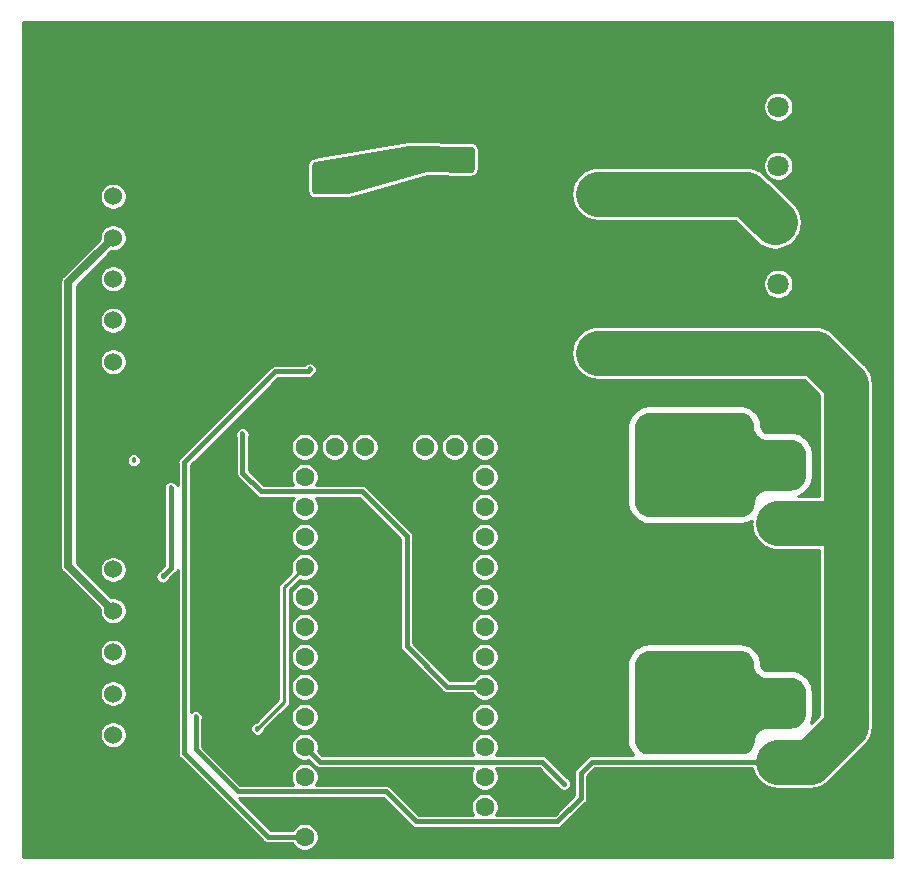
<source format=gbr>
%TF.GenerationSoftware,KiCad,Pcbnew,(5.1.9)-1*%
%TF.CreationDate,2022-12-24T12:33:20-05:00*%
%TF.ProjectId,4runner-seat-heat,3472756e-6e65-4722-9d73-6561742d6865,rev?*%
%TF.SameCoordinates,Original*%
%TF.FileFunction,Copper,L2,Bot*%
%TF.FilePolarity,Positive*%
%FSLAX46Y46*%
G04 Gerber Fmt 4.6, Leading zero omitted, Abs format (unit mm)*
G04 Created by KiCad (PCBNEW (5.1.9)-1) date 2022-12-24 12:33:20*
%MOMM*%
%LPD*%
G01*
G04 APERTURE LIST*
%TA.AperFunction,ComponentPad*%
%ADD10C,1.800000*%
%TD*%
%TA.AperFunction,ComponentPad*%
%ADD11C,1.600000*%
%TD*%
%TA.AperFunction,ComponentPad*%
%ADD12R,1.600000X1.600000*%
%TD*%
%TA.AperFunction,ComponentPad*%
%ADD13C,2.159000*%
%TD*%
%TA.AperFunction,ComponentPad*%
%ADD14C,1.524000*%
%TD*%
%TA.AperFunction,ViaPad*%
%ADD15C,0.457200*%
%TD*%
%TA.AperFunction,Conductor*%
%ADD16C,0.381000*%
%TD*%
%TA.AperFunction,Conductor*%
%ADD17C,0.660400*%
%TD*%
%TA.AperFunction,Conductor*%
%ADD18C,3.810000*%
%TD*%
%TA.AperFunction,Conductor*%
%ADD19C,0.254000*%
%TD*%
%TA.AperFunction,Conductor*%
%ADD20C,0.228600*%
%TD*%
%TA.AperFunction,Conductor*%
%ADD21C,0.100000*%
%TD*%
G04 APERTURE END LIST*
D10*
%TO.P,REF\u002A\u002A,4*%
%TO.N,N/C*%
X64312800Y-2322800D03*
%TO.P,REF\u002A\u002A,1*%
X64312800Y-17322800D03*
%TO.P,REF\u002A\u002A,3*%
X64312800Y-7322800D03*
%TO.P,REF\u002A\u002A,2*%
X64312800Y-12322800D03*
%TD*%
D11*
%TO.P,U2,GND*%
%TO.N,GND*%
X31838900Y-31115000D03*
%TO.P,U2,Program*%
%TO.N,Net-(U2-PadProgram)*%
X29298900Y-31115000D03*
%TO.P,U2,A14*%
%TO.N,Net-(U2-PadA14)*%
X26758900Y-31115000D03*
%TO.P,U2,13*%
%TO.N,Net-(U2-Pad13)*%
X24218900Y-31115000D03*
%TO.P,U2,3.3V*%
%TO.N,Net-(U2-Pad3.3V)*%
X34378900Y-31115000D03*
%TO.P,U2,VBat*%
%TO.N,Net-(U2-PadVBat)*%
X36918900Y-31115000D03*
%TO.P,U2,12*%
%TO.N,Net-(U2-Pad12)*%
X39458900Y-31115000D03*
%TO.P,U2,14*%
%TO.N,Right-Pot*%
X24218900Y-33655000D03*
%TO.P,U2,15*%
%TO.N,Left-Pot*%
X24218900Y-36195000D03*
%TO.P,U2,16*%
%TO.N,Net-(R19-Pad1)*%
X24218900Y-38735000D03*
%TO.P,U2,17*%
%TO.N,Net-(R17-Pad1)*%
X24218900Y-41275000D03*
%TO.P,U2,18*%
%TO.N,Net-(U2-Pad18)*%
X24218900Y-43815000D03*
%TO.P,U2,19*%
%TO.N,Net-(U2-Pad19)*%
X24218900Y-46355000D03*
%TO.P,U2,20*%
%TO.N,Net-(U2-Pad20)*%
X24218900Y-48895000D03*
%TO.P,U2,21*%
%TO.N,Net-(U2-Pad21)*%
X24218900Y-51435000D03*
%TO.P,U2,22*%
%TO.N,Right-Heat-3V3*%
X24218900Y-53975000D03*
%TO.P,U2,23*%
%TO.N,Left-Heat-3V3*%
X24218900Y-56515000D03*
%TO.P,U2,3V3*%
%TO.N,Net-(U2-Pad3V3)*%
X24218900Y-59055000D03*
%TO.P,U2,AGND*%
%TO.N,GND*%
X24218900Y-61595000D03*
%TO.P,U2,Vin*%
%TO.N,3V3*%
X24218900Y-64135000D03*
%TO.P,U2,11*%
%TO.N,Net-(U2-Pad11)*%
X39458900Y-33655000D03*
%TO.P,U2,10*%
%TO.N,Net-(U2-Pad10)*%
X39458900Y-36195000D03*
%TO.P,U2,9*%
%TO.N,Net-(U2-Pad9)*%
X39458900Y-38735000D03*
%TO.P,U2,8*%
%TO.N,Net-(U2-Pad8)*%
X39458900Y-41275000D03*
%TO.P,U2,7*%
%TO.N,Net-(U2-Pad7)*%
X39458900Y-43815000D03*
%TO.P,U2,6*%
%TO.N,Net-(U2-Pad6)*%
X39458900Y-46355000D03*
%TO.P,U2,5*%
%TO.N,Net-(U2-Pad5)*%
X39458900Y-48895000D03*
%TO.P,U2,4*%
%TO.N,Right-Illum-3V3*%
X39458900Y-51435000D03*
%TO.P,U2,3*%
%TO.N,Left-Illum-3V3*%
X39458900Y-53975000D03*
%TO.P,U2,2*%
%TO.N,Net-(U2-Pad2)*%
X39458900Y-56515000D03*
%TO.P,U2,1*%
%TO.N,Net-(U2-Pad1)*%
X39458900Y-59055000D03*
%TO.P,U2,0*%
%TO.N,Net-(U2-Pad0)*%
X39458900Y-61595000D03*
D12*
%TO.P,U2,GND*%
%TO.N,GND*%
X39458900Y-64135000D03*
%TD*%
D10*
%TO.P,Left-Heater1,2*%
%TO.N,Net-(Left-Heater1-Pad2)*%
X64312800Y-52785000D03*
%TO.P,Left-Heater1,1*%
%TO.N,+12VDC*%
X64312800Y-57785000D03*
%TD*%
%TO.P,Right-Heater1,2*%
%TO.N,Net-(Q2-Pad3)*%
X64338200Y-32592000D03*
%TO.P,Right-Heater1,1*%
%TO.N,+12VDC*%
X64338200Y-37592000D03*
%TD*%
D13*
%TO.P,F1,1*%
%TO.N,/12VDC-IGN*%
X52489100Y-9690100D03*
%TO.P,F1,2*%
%TO.N,+12VDC*%
X52489100Y-23152100D03*
%TO.P,F1,1*%
%TO.N,/12VDC-IGN*%
X49085500Y-9690100D03*
%TO.P,F1,2*%
%TO.N,+12VDC*%
X49085500Y-23152100D03*
%TD*%
D14*
%TO.P,J3,6*%
%TO.N,Net-(J3-Pad6)*%
X8001000Y-23910000D03*
%TO.P,J3,5*%
%TO.N,DIMMER-GND*%
X8001000Y-20410000D03*
%TO.P,J3,4*%
%TO.N,Net-(J3-Pad4)*%
X8001000Y-16910000D03*
%TO.P,J3,3*%
%TO.N,+12-Polyfuse*%
X8001000Y-13410000D03*
%TO.P,J3,2*%
%TO.N,Net-(J3-Pad2)*%
X8001000Y-9910000D03*
%TO.P,J3,1*%
%TO.N,GND*%
X8001000Y-6410000D03*
%TD*%
%TO.P,J8,1*%
%TO.N,GND*%
X8001000Y-38007600D03*
%TO.P,J8,2*%
%TO.N,Net-(J8-Pad2)*%
X8001000Y-41507600D03*
%TO.P,J8,3*%
%TO.N,+12-Polyfuse*%
X8001000Y-45007600D03*
%TO.P,J8,4*%
%TO.N,Net-(J8-Pad4)*%
X8001000Y-48507600D03*
%TO.P,J8,5*%
%TO.N,DIMMER-GND*%
X8001000Y-52007600D03*
%TO.P,J8,6*%
%TO.N,Net-(J8-Pad6)*%
X8001000Y-55507600D03*
%TD*%
D15*
%TO.N,GND*%
X73468400Y-51762592D03*
X73468400Y-25569984D03*
X73468400Y4049100D03*
X73468400Y-15747756D03*
X73468400Y-45214440D03*
X73468400Y-61584820D03*
X73468400Y-58310744D03*
X73468400Y-9199604D03*
X73468400Y-19021832D03*
X73468400Y-48488516D03*
X73468400Y-32118136D03*
X73468400Y-5925528D03*
X73468400Y622624D03*
X73468400Y-55036668D03*
X73468400Y-38666288D03*
X73468400Y-2651452D03*
X73468400Y-35392212D03*
X73468400Y-41940364D03*
X73468400Y-12473680D03*
X73468400Y-64858900D03*
X73468400Y-22295908D03*
X73468400Y-28844060D03*
X54432200Y-14109700D03*
X54432200Y-19519900D03*
X41948100Y-54419500D03*
X45554900Y-54419500D03*
X43751500Y-50812700D03*
X43751500Y-54419500D03*
X47358300Y-56222900D03*
X41948100Y-52616100D03*
X43751500Y-56222900D03*
X43751500Y-52616100D03*
X45554900Y-52616100D03*
X49161700Y-52616100D03*
X41948100Y-49009300D03*
X49161700Y-56222900D03*
X49161700Y-54419500D03*
X45554900Y-50812700D03*
X47358300Y-49009300D03*
X49161700Y-50812700D03*
X43751500Y-49009300D03*
X45554900Y-56222900D03*
X47358300Y-50812700D03*
X47358300Y-52616100D03*
X45554900Y-49009300D03*
X49161700Y-49009300D03*
X47358300Y-54419500D03*
X41960800Y-28854400D03*
X47371000Y-32461200D03*
X45567600Y-32461200D03*
X49174400Y-32461200D03*
X43764200Y-34264600D03*
X45567600Y-34264600D03*
X47371000Y-34264600D03*
X41960800Y-34264600D03*
X45567600Y-36068000D03*
X49174400Y-34264600D03*
X47371000Y-36068000D03*
X49174400Y-36068000D03*
X43764200Y-36068000D03*
X45567600Y-30657800D03*
X47371000Y-28854400D03*
X49174400Y-30657800D03*
X43764200Y-28854400D03*
X45567600Y-28854400D03*
X43764200Y-30657800D03*
X47371000Y-30657800D03*
X41960800Y-32461200D03*
X43764200Y-32461200D03*
X49174400Y-28854400D03*
X29298900Y-10706100D03*
X54432200Y-17716500D03*
X58039000Y-17716500D03*
X56235600Y-14109700D03*
X56235600Y-17716500D03*
X59842400Y-19519900D03*
X54432200Y-15913100D03*
X56235600Y-19519900D03*
X56235600Y-15913100D03*
X58039000Y-15913100D03*
X61645800Y-15913100D03*
X54432200Y-12306300D03*
X61645800Y-19519900D03*
X61645800Y-17716500D03*
X58039000Y-14109700D03*
X59842400Y-12306300D03*
X56235600Y-12306300D03*
X58039000Y-19519900D03*
X59842400Y-14109700D03*
X59842400Y-15913100D03*
X58039000Y-12306300D03*
X59842400Y-17716500D03*
X67094100Y-10477500D03*
X68897500Y-10477500D03*
X61683900Y-14084300D03*
X67094100Y-14084300D03*
X63487300Y-15887700D03*
X68897500Y-14084300D03*
X67094100Y-12280900D03*
X68897500Y-12280900D03*
X65290700Y-15887700D03*
X67094100Y-15887700D03*
X68897500Y-8674100D03*
X67094100Y-8674100D03*
X68897500Y-15887700D03*
X65290700Y-14684300D03*
X63487300Y-14684300D03*
X1168400Y4049100D03*
X4454763Y4049100D03*
X7741126Y4049100D03*
X11027489Y4049100D03*
X14313852Y4049100D03*
X17600215Y4049100D03*
X20886578Y4049100D03*
X24172941Y4049100D03*
X27459304Y4049100D03*
X30745667Y4049100D03*
X34032030Y4049100D03*
X37318393Y4049100D03*
X40604756Y4049100D03*
X43891119Y4049100D03*
X47177482Y4049100D03*
X50463845Y4049100D03*
X53750208Y4049100D03*
X57036571Y4049100D03*
X60322934Y4049100D03*
X63609297Y4049100D03*
X66895660Y4049100D03*
X70182023Y4049100D03*
X66760420Y-64884300D03*
X70038751Y-64884300D03*
X57353200Y-64871600D03*
X60452000Y-64871600D03*
X7750462Y-64884300D03*
X41275000Y-64871600D03*
X17585455Y-64884300D03*
X50368765Y-64884300D03*
X33977110Y-64884300D03*
X37223700Y-65176400D03*
X63482089Y-64884300D03*
X4472131Y-64884300D03*
X1168400Y-64858900D03*
X43812103Y-64884300D03*
X11130393Y-64884300D03*
X14408724Y-64884300D03*
X20863786Y-64884300D03*
X30698779Y-64884300D03*
X47090434Y-64884300D03*
X53647096Y-64884300D03*
X27825700Y-64884300D03*
X1168400Y-55036668D03*
X1168400Y-58310744D03*
X1168400Y-5925528D03*
X1168400Y-38666288D03*
X1168400Y-15747756D03*
X1168400Y-48488516D03*
X1168400Y-32118136D03*
X1168400Y-35392212D03*
X1168400Y-61584820D03*
X1168400Y-2651452D03*
X1168400Y622624D03*
X1168400Y-41940364D03*
X1168400Y-9199604D03*
X1168400Y-12473680D03*
X1168400Y-19021832D03*
X1168400Y-22295908D03*
X1168400Y-28844060D03*
X1168400Y-45214440D03*
X1168400Y-51762592D03*
X1168400Y-25569984D03*
X8255000Y-4216400D03*
X17094200Y-3162300D03*
X21386800Y-4216400D03*
X23914100Y-2832100D03*
X19646900Y-5537200D03*
X10502900Y-7226300D03*
X5950000Y-7750000D03*
X10756900Y-10109200D03*
X13030200Y-10883900D03*
X18808700Y-8445500D03*
X21691600Y-8534400D03*
X33934400Y-3073400D03*
X39509700Y-3073400D03*
X44399200Y-3340100D03*
X50215800Y-3797300D03*
X54241700Y-5194300D03*
X45859700Y-8394700D03*
X45834300Y-14312900D03*
X50317400Y-17195800D03*
X66000000Y100000D03*
X66611500Y-5626100D03*
X70637400Y-3568700D03*
X71729600Y-12611100D03*
X70827900Y-20066000D03*
X65544700Y-19761200D03*
X51816000Y-13347700D03*
X43840400Y-23787100D03*
X36855400Y-25577800D03*
X40284400Y-20955000D03*
X24117300Y-27508200D03*
X30607000Y-27139900D03*
X10820400Y-17335500D03*
X14414500Y-17602200D03*
X16675100Y-19723100D03*
X9969500Y-24206200D03*
X15214600Y-22821900D03*
X7797800Y-29032200D03*
X11000000Y-26850000D03*
%TO.N,Net-(J3-Pad6)*%
X9753600Y-32258000D03*
%TO.N,GND*%
X16052800Y-28498800D03*
X11500000Y-35700000D03*
X17145000Y-32753300D03*
X16205200Y-37045900D03*
X19532600Y-36220400D03*
X27076400Y-41033700D03*
X44462700Y-38442900D03*
X56934100Y-38214300D03*
X45567600Y-43827700D03*
X57759600Y-44132500D03*
X51777900Y-44361100D03*
X56540400Y-58928000D03*
X44234100Y-60286900D03*
X47790100Y-62280800D03*
X26847800Y-61112400D03*
X35496500Y-59690000D03*
X12598400Y-56743600D03*
X20269200Y-61315600D03*
X16052800Y-54965600D03*
X20447000Y-46850300D03*
X26619200Y-51612800D03*
X27825700Y-49847500D03*
X43400000Y-38544500D03*
X21742400Y-49834800D03*
X20408900Y-48323500D03*
X26797000Y-46291500D03*
X20701000Y-42938700D03*
X22504400Y-39903400D03*
X19215100Y-38315900D03*
X27889200Y-37541200D03*
X11899900Y-40043100D03*
X9700000Y-42200000D03*
X8850000Y-46700000D03*
X64655700Y-43180000D03*
X64452500Y-47866300D03*
X69608700Y-61264800D03*
X41579800Y-59728100D03*
X36728400Y-56476900D03*
X35737800Y-46062900D03*
X34239200Y-35496500D03*
X29349700Y-33261300D03*
X43408600Y-44005500D03*
X31800000Y-54000000D03*
X31445200Y-48526700D03*
X41071800Y-12763500D03*
X18643600Y-15201900D03*
X19697700Y-18262600D03*
X31318200Y-40563800D03*
X37503100Y-50292000D03*
X19862800Y-56083200D03*
X29972000Y-18491200D03*
%TO.N,3V3*%
X24663400Y-24574500D03*
%TO.N,+12VDC*%
X14986000Y-54013100D03*
%TO.N,Left-Heat-3V3*%
X46177200Y-59639200D03*
%TO.N,Right-Illum-3V3*%
X18948400Y-30060900D03*
%TO.N,Net-(Left-Heater1-Pad2)*%
X53517800Y-49174400D03*
X58928000Y-52781200D03*
X60731400Y-52781200D03*
X58928000Y-54584600D03*
X57124600Y-56388000D03*
X60731400Y-54584600D03*
X53517800Y-56388000D03*
X58928000Y-56388000D03*
X60731400Y-56388000D03*
X55321200Y-56388000D03*
X58928000Y-49174400D03*
X60731400Y-50977800D03*
X55321200Y-49174400D03*
X57124600Y-49174400D03*
X58928000Y-50977800D03*
X60731400Y-49174400D03*
%TO.N,Net-(C7-Pad1)*%
X35928300Y-6134100D03*
X37630100Y-6134100D03*
X36779200Y-6134100D03*
X35928300Y-6896100D03*
X37630100Y-6896100D03*
X36779200Y-6896100D03*
X25488900Y-7454900D03*
X25488900Y-8305800D03*
X25488900Y-9156700D03*
%TO.N,Net-(R17-Pad1)*%
X20200000Y-55000000D03*
%TO.N,Net-(Q2-Pad3)*%
X53530500Y-29019500D03*
X55333900Y-29019500D03*
X57137300Y-29019500D03*
X58940700Y-29019500D03*
X60744100Y-29019500D03*
X58940700Y-30822900D03*
X60744100Y-30822900D03*
X58940700Y-32626300D03*
X60744100Y-32626300D03*
X58940700Y-34429700D03*
X60744100Y-34429700D03*
X53530500Y-36233100D03*
X55333900Y-36233100D03*
X57137300Y-36233100D03*
X58940700Y-36233100D03*
X60744100Y-36233100D03*
%TO.N,+12-TAIL*%
X12900000Y-34600000D03*
X12200000Y-42100000D03*
%TD*%
D16*
%TO.N,3V3*%
X24218900Y-64135000D02*
X21107400Y-64135000D01*
X21107400Y-64135000D02*
X14033500Y-57061100D01*
X14033500Y-57061100D02*
X14033500Y-32435800D01*
X14033500Y-32435800D02*
X21742400Y-24726900D01*
X24511000Y-24726900D02*
X24663400Y-24574500D01*
X21742400Y-24726900D02*
X24511000Y-24726900D01*
D17*
%TO.N,+12-Polyfuse*%
X8001000Y-13410000D02*
X4216400Y-17194600D01*
X4216400Y-41223000D02*
X8001000Y-45007600D01*
X4216400Y-17194600D02*
X4216400Y-41223000D01*
D18*
%TO.N,+12VDC*%
X49085500Y-23152100D02*
X67424300Y-23152100D01*
X67424300Y-23152100D02*
X70040500Y-25768300D01*
X66992500Y-57785000D02*
X64312800Y-57785000D01*
X70040500Y-54737000D02*
X66992500Y-57785000D01*
X69938900Y-37592000D02*
X70040500Y-37693600D01*
X64338200Y-37592000D02*
X69938900Y-37592000D01*
X70040500Y-37693600D02*
X70040500Y-54737000D01*
X70040500Y-25768300D02*
X70040500Y-37693600D01*
D16*
X14986000Y-54013100D02*
X14986000Y-54013100D01*
X14986000Y-56743600D02*
X14986000Y-54013100D01*
X31089600Y-60299600D02*
X18542000Y-60299600D01*
X45618400Y-62839600D02*
X33629600Y-62839600D01*
X33629600Y-62839600D02*
X31089600Y-60299600D01*
X47599600Y-60858400D02*
X45618400Y-62839600D01*
X47599600Y-58724800D02*
X47599600Y-60858400D01*
X48539400Y-57785000D02*
X47599600Y-58724800D01*
X18542000Y-60299600D02*
X14986000Y-56743600D01*
X64312800Y-57785000D02*
X48539400Y-57785000D01*
D18*
%TO.N,/12VDC-IGN*%
X61578500Y-9690100D02*
X64010499Y-12122099D01*
X49085500Y-9690100D02*
X61578500Y-9690100D01*
D16*
%TO.N,Left-Heat-3V3*%
X44323000Y-57785000D02*
X46177200Y-59639200D01*
X25488900Y-57785000D02*
X44323000Y-57785000D01*
X24218900Y-56515000D02*
X25488900Y-57785000D01*
%TO.N,Right-Illum-3V3*%
X18948400Y-33299400D02*
X18948400Y-30060900D01*
X29070300Y-34899600D02*
X20548600Y-34899600D01*
X32854900Y-38684200D02*
X29070300Y-34899600D01*
X20548600Y-34899600D02*
X18948400Y-33299400D01*
X32854900Y-47993300D02*
X32854900Y-38684200D01*
X36296600Y-51435000D02*
X32854900Y-47993300D01*
X39458900Y-51435000D02*
X36296600Y-51435000D01*
D19*
%TO.N,Net-(R17-Pad1)*%
X20200000Y-55000000D02*
X22500000Y-52700000D01*
D20*
X22500000Y-42993900D02*
X24218900Y-41275000D01*
X22500000Y-52700000D02*
X22500000Y-42993900D01*
D16*
%TO.N,+12-TAIL*%
X12900000Y-34600000D02*
X12900000Y-40300000D01*
X12900000Y-40300000D02*
X12900000Y-41300000D01*
X12900000Y-41400000D02*
X12200000Y-42100000D01*
X12900000Y-41300000D02*
X12900000Y-41400000D01*
%TD*%
D19*
%TO.N,Net-(C7-Pad1)*%
X38304172Y-5796018D02*
X38364053Y-5808244D01*
X38404211Y-5835287D01*
X38431020Y-5875598D01*
X38442900Y-5935548D01*
X38442900Y-7599068D01*
X38430816Y-7659504D01*
X38403577Y-7700011D01*
X38362859Y-7726928D01*
X38302325Y-7738536D01*
X34581140Y-7709189D01*
X34563240Y-7710314D01*
X34492319Y-7719835D01*
X34474758Y-7723470D01*
X27884246Y-9581366D01*
X27832648Y-9588500D01*
X25107710Y-9588500D01*
X25047551Y-9576533D01*
X25007157Y-9549543D01*
X24980167Y-9509149D01*
X24968200Y-9448990D01*
X24968200Y-7249119D01*
X24977807Y-7194951D01*
X24999747Y-7157206D01*
X25033330Y-7129308D01*
X25085153Y-7110849D01*
X33064816Y-5768591D01*
X33097500Y-5765957D01*
X38304172Y-5796018D01*
%TA.AperFunction,Conductor*%
D21*
G36*
X38304172Y-5796018D02*
G01*
X38364053Y-5808244D01*
X38404211Y-5835287D01*
X38431020Y-5875598D01*
X38442900Y-5935548D01*
X38442900Y-7599068D01*
X38430816Y-7659504D01*
X38403577Y-7700011D01*
X38362859Y-7726928D01*
X38302325Y-7738536D01*
X34581140Y-7709189D01*
X34563240Y-7710314D01*
X34492319Y-7719835D01*
X34474758Y-7723470D01*
X27884246Y-9581366D01*
X27832648Y-9588500D01*
X25107710Y-9588500D01*
X25047551Y-9576533D01*
X25007157Y-9549543D01*
X24980167Y-9509149D01*
X24968200Y-9448990D01*
X24968200Y-7249119D01*
X24977807Y-7194951D01*
X24999747Y-7157206D01*
X25033330Y-7129308D01*
X25085153Y-7110849D01*
X33064816Y-5768591D01*
X33097500Y-5765957D01*
X38304172Y-5796018D01*
G37*
%TD.AperFunction*%
%TD*%
D19*
%TO.N,Net-(Left-Heater1-Pad2)*%
X61290215Y-48534003D02*
X61479510Y-48591421D01*
X61653970Y-48684666D01*
X61806891Y-48810153D01*
X61932389Y-48963057D01*
X62025649Y-49137507D01*
X62083089Y-49326806D01*
X62103723Y-49536110D01*
X62103727Y-49536155D01*
X62125621Y-49757432D01*
X62130516Y-49781935D01*
X62195311Y-49994642D01*
X62204908Y-50017712D01*
X62310095Y-50213616D01*
X62324022Y-50234360D01*
X62465528Y-50405879D01*
X62483249Y-50423495D01*
X62655599Y-50563988D01*
X62676425Y-50577793D01*
X62872946Y-50681824D01*
X62896072Y-50691285D01*
X63109157Y-50754825D01*
X63133687Y-50759575D01*
X63355089Y-50780166D01*
X63367586Y-50780710D01*
X65327408Y-50769350D01*
X65531916Y-50786090D01*
X65724991Y-50836750D01*
X65906301Y-50920240D01*
X66070307Y-51034008D01*
X66212016Y-51174591D01*
X66327096Y-51337691D01*
X66412031Y-51518326D01*
X66464231Y-51710987D01*
X66482603Y-51915349D01*
X66486419Y-53656935D01*
X66469106Y-53860437D01*
X66418225Y-54052486D01*
X66334834Y-54232835D01*
X66221473Y-54395991D01*
X66081547Y-54537054D01*
X65919306Y-54651739D01*
X65739650Y-54736584D01*
X65548014Y-54789020D01*
X65344654Y-54807981D01*
X63424261Y-54819330D01*
X63412158Y-54819980D01*
X63191911Y-54842386D01*
X63168166Y-54847122D01*
X62956174Y-54910921D01*
X62933759Y-54920077D01*
X62737727Y-55022949D01*
X62717457Y-55036193D01*
X62544513Y-55174400D01*
X62527125Y-55191250D01*
X62383553Y-55359767D01*
X62369678Y-55379611D01*
X62260698Y-55572314D01*
X62250843Y-55594431D01*
X62180416Y-55804314D01*
X62174936Y-55827899D01*
X62145622Y-56047334D01*
X62145623Y-56047334D01*
X62117916Y-56254152D01*
X62055193Y-56440390D01*
X61958144Y-56611259D01*
X61830317Y-56760512D01*
X61676399Y-56882677D01*
X61528552Y-56959500D01*
X52983592Y-56959500D01*
X52844940Y-56894845D01*
X52681810Y-56780620D01*
X52540980Y-56639790D01*
X52426755Y-56476660D01*
X52342588Y-56296165D01*
X52291043Y-56103795D01*
X52273200Y-55899852D01*
X52273200Y-49662548D01*
X52291043Y-49458605D01*
X52342588Y-49266235D01*
X52426755Y-49085740D01*
X52540980Y-48922610D01*
X52681810Y-48781780D01*
X52844940Y-48667555D01*
X53025435Y-48583388D01*
X53217805Y-48531843D01*
X53421748Y-48514000D01*
X61087106Y-48514000D01*
X61290215Y-48534003D01*
%TA.AperFunction,Conductor*%
D21*
G36*
X61290215Y-48534003D02*
G01*
X61479510Y-48591421D01*
X61653970Y-48684666D01*
X61806891Y-48810153D01*
X61932389Y-48963057D01*
X62025649Y-49137507D01*
X62083089Y-49326806D01*
X62103723Y-49536110D01*
X62103727Y-49536155D01*
X62125621Y-49757432D01*
X62130516Y-49781935D01*
X62195311Y-49994642D01*
X62204908Y-50017712D01*
X62310095Y-50213616D01*
X62324022Y-50234360D01*
X62465528Y-50405879D01*
X62483249Y-50423495D01*
X62655599Y-50563988D01*
X62676425Y-50577793D01*
X62872946Y-50681824D01*
X62896072Y-50691285D01*
X63109157Y-50754825D01*
X63133687Y-50759575D01*
X63355089Y-50780166D01*
X63367586Y-50780710D01*
X65327408Y-50769350D01*
X65531916Y-50786090D01*
X65724991Y-50836750D01*
X65906301Y-50920240D01*
X66070307Y-51034008D01*
X66212016Y-51174591D01*
X66327096Y-51337691D01*
X66412031Y-51518326D01*
X66464231Y-51710987D01*
X66482603Y-51915349D01*
X66486419Y-53656935D01*
X66469106Y-53860437D01*
X66418225Y-54052486D01*
X66334834Y-54232835D01*
X66221473Y-54395991D01*
X66081547Y-54537054D01*
X65919306Y-54651739D01*
X65739650Y-54736584D01*
X65548014Y-54789020D01*
X65344654Y-54807981D01*
X63424261Y-54819330D01*
X63412158Y-54819980D01*
X63191911Y-54842386D01*
X63168166Y-54847122D01*
X62956174Y-54910921D01*
X62933759Y-54920077D01*
X62737727Y-55022949D01*
X62717457Y-55036193D01*
X62544513Y-55174400D01*
X62527125Y-55191250D01*
X62383553Y-55359767D01*
X62369678Y-55379611D01*
X62260698Y-55572314D01*
X62250843Y-55594431D01*
X62180416Y-55804314D01*
X62174936Y-55827899D01*
X62145622Y-56047334D01*
X62145623Y-56047334D01*
X62117916Y-56254152D01*
X62055193Y-56440390D01*
X61958144Y-56611259D01*
X61830317Y-56760512D01*
X61676399Y-56882677D01*
X61528552Y-56959500D01*
X52983592Y-56959500D01*
X52844940Y-56894845D01*
X52681810Y-56780620D01*
X52540980Y-56639790D01*
X52426755Y-56476660D01*
X52342588Y-56296165D01*
X52291043Y-56103795D01*
X52273200Y-55899852D01*
X52273200Y-49662548D01*
X52291043Y-49458605D01*
X52342588Y-49266235D01*
X52426755Y-49085740D01*
X52540980Y-48922610D01*
X52681810Y-48781780D01*
X52844940Y-48667555D01*
X53025435Y-48583388D01*
X53217805Y-48531843D01*
X53421748Y-48514000D01*
X61087106Y-48514000D01*
X61290215Y-48534003D01*
G37*
%TD.AperFunction*%
%TD*%
D19*
%TO.N,GND*%
X73991001Y-65812000D02*
X406000Y-65812000D01*
X406000Y-55395024D01*
X6858000Y-55395024D01*
X6858000Y-55620176D01*
X6901925Y-55841001D01*
X6988087Y-56049013D01*
X7113174Y-56236220D01*
X7272380Y-56395426D01*
X7459587Y-56520513D01*
X7667599Y-56606675D01*
X7888424Y-56650600D01*
X8113576Y-56650600D01*
X8334401Y-56606675D01*
X8542413Y-56520513D01*
X8729620Y-56395426D01*
X8888826Y-56236220D01*
X9013913Y-56049013D01*
X9100075Y-55841001D01*
X9144000Y-55620176D01*
X9144000Y-55395024D01*
X9100075Y-55174199D01*
X9013913Y-54966187D01*
X8888826Y-54778980D01*
X8729620Y-54619774D01*
X8542413Y-54494687D01*
X8334401Y-54408525D01*
X8113576Y-54364600D01*
X7888424Y-54364600D01*
X7667599Y-54408525D01*
X7459587Y-54494687D01*
X7272380Y-54619774D01*
X7113174Y-54778980D01*
X6988087Y-54966187D01*
X6901925Y-55174199D01*
X6858000Y-55395024D01*
X406000Y-55395024D01*
X406000Y-51895024D01*
X6858000Y-51895024D01*
X6858000Y-52120176D01*
X6901925Y-52341001D01*
X6988087Y-52549013D01*
X7113174Y-52736220D01*
X7272380Y-52895426D01*
X7459587Y-53020513D01*
X7667599Y-53106675D01*
X7888424Y-53150600D01*
X8113576Y-53150600D01*
X8334401Y-53106675D01*
X8542413Y-53020513D01*
X8729620Y-52895426D01*
X8888826Y-52736220D01*
X9013913Y-52549013D01*
X9100075Y-52341001D01*
X9144000Y-52120176D01*
X9144000Y-51895024D01*
X9100075Y-51674199D01*
X9013913Y-51466187D01*
X8888826Y-51278980D01*
X8729620Y-51119774D01*
X8542413Y-50994687D01*
X8334401Y-50908525D01*
X8113576Y-50864600D01*
X7888424Y-50864600D01*
X7667599Y-50908525D01*
X7459587Y-50994687D01*
X7272380Y-51119774D01*
X7113174Y-51278980D01*
X6988087Y-51466187D01*
X6901925Y-51674199D01*
X6858000Y-51895024D01*
X406000Y-51895024D01*
X406000Y-48395024D01*
X6858000Y-48395024D01*
X6858000Y-48620176D01*
X6901925Y-48841001D01*
X6988087Y-49049013D01*
X7113174Y-49236220D01*
X7272380Y-49395426D01*
X7459587Y-49520513D01*
X7667599Y-49606675D01*
X7888424Y-49650600D01*
X8113576Y-49650600D01*
X8334401Y-49606675D01*
X8542413Y-49520513D01*
X8729620Y-49395426D01*
X8888826Y-49236220D01*
X9013913Y-49049013D01*
X9100075Y-48841001D01*
X9144000Y-48620176D01*
X9144000Y-48395024D01*
X9100075Y-48174199D01*
X9013913Y-47966187D01*
X8888826Y-47778980D01*
X8729620Y-47619774D01*
X8542413Y-47494687D01*
X8334401Y-47408525D01*
X8113576Y-47364600D01*
X7888424Y-47364600D01*
X7667599Y-47408525D01*
X7459587Y-47494687D01*
X7272380Y-47619774D01*
X7113174Y-47778980D01*
X6988087Y-47966187D01*
X6901925Y-48174199D01*
X6858000Y-48395024D01*
X406000Y-48395024D01*
X406000Y-17194600D01*
X3501760Y-17194600D01*
X3505200Y-17229526D01*
X3505201Y-41188064D01*
X3501760Y-41223000D01*
X3505201Y-41257936D01*
X3515492Y-41362420D01*
X3526892Y-41400001D01*
X3556159Y-41496481D01*
X3622055Y-41619763D01*
X3622199Y-41620033D01*
X3711074Y-41728327D01*
X3738210Y-41750597D01*
X6862087Y-44874476D01*
X6858000Y-44895024D01*
X6858000Y-45120176D01*
X6901925Y-45341001D01*
X6988087Y-45549013D01*
X7113174Y-45736220D01*
X7272380Y-45895426D01*
X7459587Y-46020513D01*
X7667599Y-46106675D01*
X7888424Y-46150600D01*
X8113576Y-46150600D01*
X8334401Y-46106675D01*
X8542413Y-46020513D01*
X8729620Y-45895426D01*
X8888826Y-45736220D01*
X9013913Y-45549013D01*
X9100075Y-45341001D01*
X9144000Y-45120176D01*
X9144000Y-44895024D01*
X9100075Y-44674199D01*
X9013913Y-44466187D01*
X8888826Y-44278980D01*
X8729620Y-44119774D01*
X8542413Y-43994687D01*
X8334401Y-43908525D01*
X8113576Y-43864600D01*
X7888424Y-43864600D01*
X7867876Y-43868687D01*
X5394212Y-41395024D01*
X6858000Y-41395024D01*
X6858000Y-41620176D01*
X6901925Y-41841001D01*
X6988087Y-42049013D01*
X7113174Y-42236220D01*
X7272380Y-42395426D01*
X7459587Y-42520513D01*
X7667599Y-42606675D01*
X7888424Y-42650600D01*
X8113576Y-42650600D01*
X8334401Y-42606675D01*
X8542413Y-42520513D01*
X8729620Y-42395426D01*
X8888826Y-42236220D01*
X9013913Y-42049013D01*
X9017662Y-42039960D01*
X11590400Y-42039960D01*
X11590400Y-42160040D01*
X11613826Y-42277814D01*
X11659779Y-42388754D01*
X11726492Y-42488598D01*
X11811402Y-42573508D01*
X11911246Y-42640221D01*
X12022186Y-42686174D01*
X12139960Y-42709600D01*
X12260040Y-42709600D01*
X12377814Y-42686174D01*
X12488754Y-42640221D01*
X12588598Y-42573508D01*
X12673508Y-42488598D01*
X12740221Y-42388754D01*
X12754896Y-42353327D01*
X13284257Y-41823966D01*
X13306067Y-41806067D01*
X13369866Y-41728327D01*
X13377484Y-41719045D01*
X13430551Y-41619763D01*
X13430552Y-41619761D01*
X13462001Y-41516089D01*
X13462000Y-57033026D01*
X13459235Y-57061100D01*
X13465810Y-57127860D01*
X13470269Y-57173133D01*
X13502948Y-57280861D01*
X13556016Y-57380144D01*
X13627433Y-57467167D01*
X13649248Y-57485070D01*
X20683434Y-64519257D01*
X20701333Y-64541067D01*
X20788355Y-64612484D01*
X20887638Y-64665552D01*
X20995366Y-64698231D01*
X21079326Y-64706500D01*
X21079327Y-64706500D01*
X21107399Y-64709265D01*
X21135471Y-64706500D01*
X23180388Y-64706500D01*
X23301558Y-64887843D01*
X23466057Y-65052342D01*
X23659487Y-65181588D01*
X23874415Y-65270614D01*
X24102582Y-65316000D01*
X24335218Y-65316000D01*
X24563385Y-65270614D01*
X24778313Y-65181588D01*
X24971743Y-65052342D01*
X25136242Y-64887843D01*
X25265488Y-64694413D01*
X25354514Y-64479485D01*
X25399900Y-64251318D01*
X25399900Y-64018682D01*
X25354514Y-63790515D01*
X25265488Y-63575587D01*
X25136242Y-63382157D01*
X24971743Y-63217658D01*
X24778313Y-63088412D01*
X24563385Y-62999386D01*
X24335218Y-62954000D01*
X24102582Y-62954000D01*
X23874415Y-62999386D01*
X23659487Y-63088412D01*
X23466057Y-63217658D01*
X23301558Y-63382157D01*
X23180388Y-63563500D01*
X21344123Y-63563500D01*
X18651723Y-60871100D01*
X30852878Y-60871100D01*
X33205634Y-63223857D01*
X33223533Y-63245667D01*
X33310555Y-63317084D01*
X33409838Y-63370152D01*
X33517566Y-63402831D01*
X33601526Y-63411100D01*
X33601527Y-63411100D01*
X33629599Y-63413865D01*
X33657671Y-63411100D01*
X45590326Y-63411100D01*
X45618400Y-63413865D01*
X45646474Y-63411100D01*
X45730434Y-63402831D01*
X45838162Y-63370152D01*
X45937445Y-63317084D01*
X46024467Y-63245667D01*
X46042370Y-63223852D01*
X47983857Y-61282366D01*
X48005667Y-61264467D01*
X48077084Y-61177445D01*
X48130152Y-61078162D01*
X48162831Y-60970434D01*
X48171100Y-60886474D01*
X48173865Y-60858400D01*
X48171100Y-60830326D01*
X48171100Y-58961522D01*
X48776123Y-58356500D01*
X62097300Y-58356500D01*
X62190593Y-58664047D01*
X62402864Y-59061178D01*
X62688533Y-59409267D01*
X63036622Y-59694936D01*
X63433753Y-59907207D01*
X63864666Y-60037923D01*
X64200505Y-60071000D01*
X66880208Y-60071000D01*
X66992500Y-60082060D01*
X67104792Y-60071000D01*
X67104795Y-60071000D01*
X67440634Y-60037923D01*
X67871547Y-59907207D01*
X68268678Y-59694936D01*
X68616767Y-59409267D01*
X68688358Y-59322033D01*
X71577538Y-56432854D01*
X71664767Y-56361267D01*
X71950436Y-56013178D01*
X72162707Y-55616047D01*
X72293423Y-55185134D01*
X72326500Y-54849295D01*
X72326500Y-54849293D01*
X72337560Y-54737000D01*
X72326500Y-54624708D01*
X72326500Y-37805892D01*
X72337560Y-37693599D01*
X72326500Y-37581305D01*
X72326500Y-25880595D01*
X72337560Y-25768300D01*
X72293423Y-25320165D01*
X72162707Y-24889253D01*
X71950436Y-24492121D01*
X71781723Y-24286545D01*
X71664767Y-24144033D01*
X71577539Y-24072447D01*
X69120158Y-21615067D01*
X69048567Y-21527833D01*
X68700478Y-21242164D01*
X68303347Y-21029893D01*
X67872434Y-20899177D01*
X67536595Y-20866100D01*
X67536592Y-20866100D01*
X67424300Y-20855040D01*
X67312008Y-20866100D01*
X48973205Y-20866100D01*
X48637366Y-20899177D01*
X48206453Y-21029893D01*
X47809322Y-21242164D01*
X47461233Y-21527833D01*
X47175564Y-21875922D01*
X46963293Y-22273053D01*
X46832577Y-22703966D01*
X46788440Y-23152100D01*
X46832577Y-23600234D01*
X46963293Y-24031147D01*
X47175564Y-24428278D01*
X47461233Y-24776367D01*
X47809322Y-25062036D01*
X48206453Y-25274307D01*
X48637366Y-25405023D01*
X48973205Y-25438100D01*
X66477409Y-25438100D01*
X67754500Y-26715192D01*
X67754501Y-35306000D01*
X65985085Y-35306000D01*
X66067727Y-35275444D01*
X66267430Y-35181132D01*
X66362801Y-35125474D01*
X66543146Y-34997992D01*
X66627436Y-34926652D01*
X66782969Y-34769854D01*
X66853623Y-34684990D01*
X66979640Y-34503619D01*
X67034526Y-34407798D01*
X67127217Y-34207337D01*
X67164671Y-34103456D01*
X67221232Y-33889969D01*
X67240125Y-33781171D01*
X67258846Y-33561113D01*
X67261129Y-33505895D01*
X67257289Y-31753225D01*
X67254740Y-31697759D01*
X67234873Y-31476768D01*
X67215325Y-31367562D01*
X67157299Y-31153401D01*
X67119044Y-31049265D01*
X67024631Y-30848472D01*
X66968834Y-30752583D01*
X66840915Y-30571286D01*
X66769284Y-30486573D01*
X66611765Y-30330306D01*
X66526479Y-30259350D01*
X66344166Y-30132883D01*
X66247833Y-30077854D01*
X66046292Y-29985048D01*
X65941853Y-29947625D01*
X65727235Y-29891312D01*
X65617878Y-29872638D01*
X65396735Y-29854537D01*
X65341251Y-29852431D01*
X63407177Y-29863642D01*
X63279455Y-29851763D01*
X63186672Y-29824096D01*
X63101106Y-29778800D01*
X63026061Y-29717627D01*
X62964450Y-29642948D01*
X62918649Y-29557648D01*
X62890437Y-29465033D01*
X62874724Y-29306226D01*
X62852884Y-29084695D01*
X62828591Y-28962616D01*
X62763890Y-28749386D01*
X62716248Y-28634392D01*
X62611194Y-28437880D01*
X62542034Y-28334388D01*
X62400663Y-28162145D01*
X62312640Y-28074130D01*
X62140384Y-27932776D01*
X62036887Y-27863627D01*
X61840365Y-27758591D01*
X61725362Y-27710959D01*
X61512125Y-27646279D01*
X61390045Y-27621997D01*
X61168288Y-27600157D01*
X61106050Y-27597100D01*
X53428900Y-27597100D01*
X53373556Y-27599516D01*
X53153023Y-27618810D01*
X53044018Y-27638031D01*
X52830185Y-27695327D01*
X52726169Y-27733185D01*
X52525535Y-27826743D01*
X52429678Y-27882087D01*
X52248338Y-28009063D01*
X52163547Y-28080211D01*
X52007011Y-28236747D01*
X51935863Y-28321538D01*
X51808887Y-28502878D01*
X51753543Y-28598735D01*
X51659985Y-28799369D01*
X51622127Y-28903385D01*
X51564831Y-29117218D01*
X51545610Y-29226223D01*
X51526316Y-29446756D01*
X51523900Y-29502100D01*
X51523900Y-35750500D01*
X51526316Y-35805844D01*
X51545610Y-36026377D01*
X51564831Y-36135382D01*
X51622127Y-36349215D01*
X51659985Y-36453231D01*
X51753543Y-36653865D01*
X51808887Y-36749722D01*
X51935863Y-36931062D01*
X52007011Y-37015853D01*
X52163547Y-37172389D01*
X52248338Y-37243537D01*
X52429678Y-37370513D01*
X52525535Y-37425857D01*
X52726169Y-37519415D01*
X52830185Y-37557273D01*
X53044018Y-37614569D01*
X53153023Y-37633790D01*
X53373556Y-37653084D01*
X53428900Y-37655500D01*
X61130675Y-37655500D01*
X61191442Y-37652586D01*
X61411356Y-37631444D01*
X61530661Y-37608291D01*
X61742519Y-37545641D01*
X61855232Y-37500181D01*
X62051274Y-37398316D01*
X62060826Y-37392125D01*
X62041140Y-37592000D01*
X62085277Y-38040134D01*
X62215993Y-38471047D01*
X62428264Y-38868178D01*
X62713933Y-39216267D01*
X63062022Y-39501936D01*
X63459153Y-39714207D01*
X63890066Y-39844923D01*
X64225905Y-39878000D01*
X67754500Y-39878000D01*
X67754501Y-53790107D01*
X67056157Y-54488452D01*
X67114517Y-54362237D01*
X67151971Y-54258356D01*
X67208532Y-54044869D01*
X67227425Y-53936071D01*
X67246146Y-53716013D01*
X67248429Y-53660795D01*
X67244589Y-51908125D01*
X67242040Y-51852659D01*
X67222173Y-51631668D01*
X67202625Y-51522462D01*
X67144599Y-51308301D01*
X67106344Y-51204165D01*
X67011931Y-51003372D01*
X66956134Y-50907483D01*
X66828215Y-50726186D01*
X66756584Y-50641473D01*
X66599065Y-50485206D01*
X66513779Y-50414250D01*
X66331466Y-50287783D01*
X66235133Y-50232754D01*
X66033592Y-50139948D01*
X65929153Y-50102525D01*
X65714535Y-50046212D01*
X65605178Y-50027538D01*
X65384035Y-50009437D01*
X65328551Y-50007331D01*
X63394477Y-50018542D01*
X63266755Y-50006663D01*
X63173972Y-49978996D01*
X63088406Y-49933700D01*
X63013361Y-49872527D01*
X62951750Y-49797848D01*
X62905949Y-49712548D01*
X62877737Y-49619933D01*
X62862024Y-49461126D01*
X62840184Y-49239595D01*
X62815891Y-49117516D01*
X62751190Y-48904286D01*
X62703548Y-48789292D01*
X62598494Y-48592780D01*
X62529334Y-48489288D01*
X62387963Y-48317045D01*
X62299940Y-48229030D01*
X62127684Y-48087676D01*
X62024187Y-48018527D01*
X61827665Y-47913491D01*
X61712662Y-47865859D01*
X61499425Y-47801179D01*
X61377345Y-47776897D01*
X61155588Y-47755057D01*
X61093350Y-47752000D01*
X53416200Y-47752000D01*
X53360856Y-47754416D01*
X53140323Y-47773710D01*
X53031318Y-47792931D01*
X52817485Y-47850227D01*
X52713469Y-47888085D01*
X52512835Y-47981643D01*
X52416978Y-48036987D01*
X52235638Y-48163963D01*
X52150847Y-48235111D01*
X51994311Y-48391647D01*
X51923163Y-48476438D01*
X51796187Y-48657778D01*
X51740843Y-48753635D01*
X51647285Y-48954269D01*
X51609427Y-49058285D01*
X51552131Y-49272118D01*
X51532910Y-49381123D01*
X51513616Y-49601656D01*
X51511200Y-49657000D01*
X51511200Y-55905400D01*
X51513616Y-55960744D01*
X51532910Y-56181277D01*
X51552131Y-56290282D01*
X51609427Y-56504115D01*
X51647285Y-56608131D01*
X51740843Y-56808765D01*
X51796187Y-56904622D01*
X51923163Y-57085962D01*
X51994311Y-57170753D01*
X52037058Y-57213500D01*
X48567474Y-57213500D01*
X48539400Y-57210735D01*
X48511326Y-57213500D01*
X48427366Y-57221769D01*
X48319638Y-57254448D01*
X48220355Y-57307516D01*
X48133333Y-57378933D01*
X48115434Y-57400743D01*
X47215348Y-58300830D01*
X47193533Y-58318733D01*
X47133585Y-58391781D01*
X47122116Y-58405756D01*
X47069048Y-58505039D01*
X47036369Y-58612767D01*
X47025335Y-58724800D01*
X47028100Y-58752875D01*
X47028101Y-60621676D01*
X45381678Y-62268100D01*
X40429525Y-62268100D01*
X40505488Y-62154413D01*
X40594514Y-61939485D01*
X40639900Y-61711318D01*
X40639900Y-61478682D01*
X40594514Y-61250515D01*
X40505488Y-61035587D01*
X40376242Y-60842157D01*
X40211743Y-60677658D01*
X40018313Y-60548412D01*
X39803385Y-60459386D01*
X39575218Y-60414000D01*
X39342582Y-60414000D01*
X39114415Y-60459386D01*
X38899487Y-60548412D01*
X38706057Y-60677658D01*
X38541558Y-60842157D01*
X38412312Y-61035587D01*
X38323286Y-61250515D01*
X38277900Y-61478682D01*
X38277900Y-61711318D01*
X38323286Y-61939485D01*
X38412312Y-62154413D01*
X38488275Y-62268100D01*
X33866323Y-62268100D01*
X31513570Y-59915348D01*
X31495667Y-59893533D01*
X31408645Y-59822116D01*
X31309362Y-59769048D01*
X31201634Y-59736369D01*
X31117674Y-59728100D01*
X31089600Y-59725335D01*
X31061526Y-59728100D01*
X25189525Y-59728100D01*
X25265488Y-59614413D01*
X25354514Y-59399485D01*
X25399900Y-59171318D01*
X25399900Y-58938682D01*
X25354514Y-58710515D01*
X25265488Y-58495587D01*
X25136242Y-58302157D01*
X24971743Y-58137658D01*
X24778313Y-58008412D01*
X24563385Y-57919386D01*
X24335218Y-57874000D01*
X24102582Y-57874000D01*
X23874415Y-57919386D01*
X23659487Y-58008412D01*
X23466057Y-58137658D01*
X23301558Y-58302157D01*
X23172312Y-58495587D01*
X23083286Y-58710515D01*
X23037900Y-58938682D01*
X23037900Y-59171318D01*
X23083286Y-59399485D01*
X23172312Y-59614413D01*
X23248275Y-59728100D01*
X18778723Y-59728100D01*
X15557500Y-56506878D01*
X15557500Y-56398682D01*
X23037900Y-56398682D01*
X23037900Y-56631318D01*
X23083286Y-56859485D01*
X23172312Y-57074413D01*
X23301558Y-57267843D01*
X23466057Y-57432342D01*
X23659487Y-57561588D01*
X23874415Y-57650614D01*
X24102582Y-57696000D01*
X24335218Y-57696000D01*
X24549127Y-57653450D01*
X25064934Y-58169257D01*
X25082833Y-58191067D01*
X25169855Y-58262484D01*
X25269138Y-58315552D01*
X25376866Y-58348231D01*
X25460826Y-58356500D01*
X25460827Y-58356500D01*
X25488899Y-58359265D01*
X25516971Y-58356500D01*
X38505247Y-58356500D01*
X38412312Y-58495587D01*
X38323286Y-58710515D01*
X38277900Y-58938682D01*
X38277900Y-59171318D01*
X38323286Y-59399485D01*
X38412312Y-59614413D01*
X38541558Y-59807843D01*
X38706057Y-59972342D01*
X38899487Y-60101588D01*
X39114415Y-60190614D01*
X39342582Y-60236000D01*
X39575218Y-60236000D01*
X39803385Y-60190614D01*
X40018313Y-60101588D01*
X40211743Y-59972342D01*
X40376242Y-59807843D01*
X40505488Y-59614413D01*
X40594514Y-59399485D01*
X40639900Y-59171318D01*
X40639900Y-58938682D01*
X40594514Y-58710515D01*
X40505488Y-58495587D01*
X40412553Y-58356500D01*
X44086278Y-58356500D01*
X45622305Y-59892528D01*
X45636979Y-59927954D01*
X45703692Y-60027798D01*
X45788602Y-60112708D01*
X45888446Y-60179421D01*
X45999386Y-60225374D01*
X46117160Y-60248800D01*
X46237240Y-60248800D01*
X46355014Y-60225374D01*
X46465954Y-60179421D01*
X46565798Y-60112708D01*
X46650708Y-60027798D01*
X46717421Y-59927954D01*
X46763374Y-59817014D01*
X46786800Y-59699240D01*
X46786800Y-59579160D01*
X46763374Y-59461386D01*
X46717421Y-59350446D01*
X46650708Y-59250602D01*
X46565798Y-59165692D01*
X46465954Y-59098979D01*
X46430528Y-59084305D01*
X44746970Y-57400748D01*
X44729067Y-57378933D01*
X44642045Y-57307516D01*
X44542762Y-57254448D01*
X44435034Y-57221769D01*
X44351074Y-57213500D01*
X44323000Y-57210735D01*
X44294926Y-57213500D01*
X40412553Y-57213500D01*
X40505488Y-57074413D01*
X40594514Y-56859485D01*
X40639900Y-56631318D01*
X40639900Y-56398682D01*
X40594514Y-56170515D01*
X40505488Y-55955587D01*
X40376242Y-55762157D01*
X40211743Y-55597658D01*
X40018313Y-55468412D01*
X39803385Y-55379386D01*
X39575218Y-55334000D01*
X39342582Y-55334000D01*
X39114415Y-55379386D01*
X38899487Y-55468412D01*
X38706057Y-55597658D01*
X38541558Y-55762157D01*
X38412312Y-55955587D01*
X38323286Y-56170515D01*
X38277900Y-56398682D01*
X38277900Y-56631318D01*
X38323286Y-56859485D01*
X38412312Y-57074413D01*
X38505247Y-57213500D01*
X25725623Y-57213500D01*
X25357350Y-56845227D01*
X25399900Y-56631318D01*
X25399900Y-56398682D01*
X25354514Y-56170515D01*
X25265488Y-55955587D01*
X25136242Y-55762157D01*
X24971743Y-55597658D01*
X24778313Y-55468412D01*
X24563385Y-55379386D01*
X24335218Y-55334000D01*
X24102582Y-55334000D01*
X23874415Y-55379386D01*
X23659487Y-55468412D01*
X23466057Y-55597658D01*
X23301558Y-55762157D01*
X23172312Y-55955587D01*
X23083286Y-56170515D01*
X23037900Y-56398682D01*
X15557500Y-56398682D01*
X15557500Y-54939960D01*
X19590400Y-54939960D01*
X19590400Y-55060040D01*
X19613826Y-55177814D01*
X19659779Y-55288754D01*
X19726492Y-55388598D01*
X19811402Y-55473508D01*
X19911246Y-55540221D01*
X20022186Y-55586174D01*
X20139960Y-55609600D01*
X20260040Y-55609600D01*
X20377814Y-55586174D01*
X20488754Y-55540221D01*
X20588598Y-55473508D01*
X20673508Y-55388598D01*
X20740221Y-55288754D01*
X20786174Y-55177814D01*
X20797488Y-55120932D01*
X22059738Y-53858682D01*
X23037900Y-53858682D01*
X23037900Y-54091318D01*
X23083286Y-54319485D01*
X23172312Y-54534413D01*
X23301558Y-54727843D01*
X23466057Y-54892342D01*
X23659487Y-55021588D01*
X23874415Y-55110614D01*
X24102582Y-55156000D01*
X24335218Y-55156000D01*
X24563385Y-55110614D01*
X24778313Y-55021588D01*
X24971743Y-54892342D01*
X25136242Y-54727843D01*
X25265488Y-54534413D01*
X25354514Y-54319485D01*
X25399900Y-54091318D01*
X25399900Y-53858682D01*
X38277900Y-53858682D01*
X38277900Y-54091318D01*
X38323286Y-54319485D01*
X38412312Y-54534413D01*
X38541558Y-54727843D01*
X38706057Y-54892342D01*
X38899487Y-55021588D01*
X39114415Y-55110614D01*
X39342582Y-55156000D01*
X39575218Y-55156000D01*
X39803385Y-55110614D01*
X40018313Y-55021588D01*
X40211743Y-54892342D01*
X40376242Y-54727843D01*
X40505488Y-54534413D01*
X40594514Y-54319485D01*
X40639900Y-54091318D01*
X40639900Y-53858682D01*
X40594514Y-53630515D01*
X40505488Y-53415587D01*
X40376242Y-53222157D01*
X40211743Y-53057658D01*
X40018313Y-52928412D01*
X39803385Y-52839386D01*
X39575218Y-52794000D01*
X39342582Y-52794000D01*
X39114415Y-52839386D01*
X38899487Y-52928412D01*
X38706057Y-53057658D01*
X38541558Y-53222157D01*
X38412312Y-53415587D01*
X38323286Y-53630515D01*
X38277900Y-53858682D01*
X25399900Y-53858682D01*
X25354514Y-53630515D01*
X25265488Y-53415587D01*
X25136242Y-53222157D01*
X24971743Y-53057658D01*
X24778313Y-52928412D01*
X24563385Y-52839386D01*
X24335218Y-52794000D01*
X24102582Y-52794000D01*
X23874415Y-52839386D01*
X23659487Y-52928412D01*
X23466057Y-53057658D01*
X23301558Y-53222157D01*
X23172312Y-53415587D01*
X23083286Y-53630515D01*
X23037900Y-53858682D01*
X22059738Y-53858682D01*
X22876850Y-53041571D01*
X22924429Y-52983596D01*
X22971600Y-52895345D01*
X23000648Y-52799585D01*
X23010457Y-52700001D01*
X23000648Y-52600416D01*
X22995300Y-52582786D01*
X22995300Y-51318682D01*
X23037900Y-51318682D01*
X23037900Y-51551318D01*
X23083286Y-51779485D01*
X23172312Y-51994413D01*
X23301558Y-52187843D01*
X23466057Y-52352342D01*
X23659487Y-52481588D01*
X23874415Y-52570614D01*
X24102582Y-52616000D01*
X24335218Y-52616000D01*
X24563385Y-52570614D01*
X24778313Y-52481588D01*
X24971743Y-52352342D01*
X25136242Y-52187843D01*
X25265488Y-51994413D01*
X25354514Y-51779485D01*
X25399900Y-51551318D01*
X25399900Y-51318682D01*
X25354514Y-51090515D01*
X25265488Y-50875587D01*
X25136242Y-50682157D01*
X24971743Y-50517658D01*
X24778313Y-50388412D01*
X24563385Y-50299386D01*
X24335218Y-50254000D01*
X24102582Y-50254000D01*
X23874415Y-50299386D01*
X23659487Y-50388412D01*
X23466057Y-50517658D01*
X23301558Y-50682157D01*
X23172312Y-50875587D01*
X23083286Y-51090515D01*
X23037900Y-51318682D01*
X22995300Y-51318682D01*
X22995300Y-48778682D01*
X23037900Y-48778682D01*
X23037900Y-49011318D01*
X23083286Y-49239485D01*
X23172312Y-49454413D01*
X23301558Y-49647843D01*
X23466057Y-49812342D01*
X23659487Y-49941588D01*
X23874415Y-50030614D01*
X24102582Y-50076000D01*
X24335218Y-50076000D01*
X24563385Y-50030614D01*
X24778313Y-49941588D01*
X24971743Y-49812342D01*
X25136242Y-49647843D01*
X25265488Y-49454413D01*
X25354514Y-49239485D01*
X25399900Y-49011318D01*
X25399900Y-48778682D01*
X25354514Y-48550515D01*
X25265488Y-48335587D01*
X25136242Y-48142157D01*
X24971743Y-47977658D01*
X24778313Y-47848412D01*
X24563385Y-47759386D01*
X24335218Y-47714000D01*
X24102582Y-47714000D01*
X23874415Y-47759386D01*
X23659487Y-47848412D01*
X23466057Y-47977658D01*
X23301558Y-48142157D01*
X23172312Y-48335587D01*
X23083286Y-48550515D01*
X23037900Y-48778682D01*
X22995300Y-48778682D01*
X22995300Y-46238682D01*
X23037900Y-46238682D01*
X23037900Y-46471318D01*
X23083286Y-46699485D01*
X23172312Y-46914413D01*
X23301558Y-47107843D01*
X23466057Y-47272342D01*
X23659487Y-47401588D01*
X23874415Y-47490614D01*
X24102582Y-47536000D01*
X24335218Y-47536000D01*
X24563385Y-47490614D01*
X24778313Y-47401588D01*
X24971743Y-47272342D01*
X25136242Y-47107843D01*
X25265488Y-46914413D01*
X25354514Y-46699485D01*
X25399900Y-46471318D01*
X25399900Y-46238682D01*
X25354514Y-46010515D01*
X25265488Y-45795587D01*
X25136242Y-45602157D01*
X24971743Y-45437658D01*
X24778313Y-45308412D01*
X24563385Y-45219386D01*
X24335218Y-45174000D01*
X24102582Y-45174000D01*
X23874415Y-45219386D01*
X23659487Y-45308412D01*
X23466057Y-45437658D01*
X23301558Y-45602157D01*
X23172312Y-45795587D01*
X23083286Y-46010515D01*
X23037900Y-46238682D01*
X22995300Y-46238682D01*
X22995300Y-43698682D01*
X23037900Y-43698682D01*
X23037900Y-43931318D01*
X23083286Y-44159485D01*
X23172312Y-44374413D01*
X23301558Y-44567843D01*
X23466057Y-44732342D01*
X23659487Y-44861588D01*
X23874415Y-44950614D01*
X24102582Y-44996000D01*
X24335218Y-44996000D01*
X24563385Y-44950614D01*
X24778313Y-44861588D01*
X24971743Y-44732342D01*
X25136242Y-44567843D01*
X25265488Y-44374413D01*
X25354514Y-44159485D01*
X25399900Y-43931318D01*
X25399900Y-43698682D01*
X25354514Y-43470515D01*
X25265488Y-43255587D01*
X25136242Y-43062157D01*
X24971743Y-42897658D01*
X24778313Y-42768412D01*
X24563385Y-42679386D01*
X24335218Y-42634000D01*
X24102582Y-42634000D01*
X23874415Y-42679386D01*
X23659487Y-42768412D01*
X23466057Y-42897658D01*
X23301558Y-43062157D01*
X23172312Y-43255587D01*
X23083286Y-43470515D01*
X23037900Y-43698682D01*
X22995300Y-43698682D01*
X22995300Y-43199059D01*
X23810302Y-42384057D01*
X23874415Y-42410614D01*
X24102582Y-42456000D01*
X24335218Y-42456000D01*
X24563385Y-42410614D01*
X24778313Y-42321588D01*
X24971743Y-42192342D01*
X25136242Y-42027843D01*
X25265488Y-41834413D01*
X25354514Y-41619485D01*
X25399900Y-41391318D01*
X25399900Y-41158682D01*
X25354514Y-40930515D01*
X25265488Y-40715587D01*
X25136242Y-40522157D01*
X24971743Y-40357658D01*
X24778313Y-40228412D01*
X24563385Y-40139386D01*
X24335218Y-40094000D01*
X24102582Y-40094000D01*
X23874415Y-40139386D01*
X23659487Y-40228412D01*
X23466057Y-40357658D01*
X23301558Y-40522157D01*
X23172312Y-40715587D01*
X23083286Y-40930515D01*
X23037900Y-41158682D01*
X23037900Y-41391318D01*
X23083286Y-41619485D01*
X23109843Y-41683598D01*
X22166971Y-42626470D01*
X22148077Y-42641976D01*
X22132571Y-42660870D01*
X22132569Y-42660872D01*
X22086181Y-42717396D01*
X22040189Y-42803441D01*
X22011868Y-42896805D01*
X22002305Y-42993900D01*
X22004701Y-43018227D01*
X22004700Y-52476879D01*
X20079068Y-54402512D01*
X20022186Y-54413826D01*
X19911246Y-54459779D01*
X19811402Y-54526492D01*
X19726492Y-54611402D01*
X19659779Y-54711246D01*
X19613826Y-54822186D01*
X19590400Y-54939960D01*
X15557500Y-54939960D01*
X15557500Y-54226340D01*
X15572174Y-54190914D01*
X15595600Y-54073140D01*
X15595600Y-53953060D01*
X15572174Y-53835286D01*
X15526221Y-53724346D01*
X15459508Y-53624502D01*
X15374598Y-53539592D01*
X15274754Y-53472879D01*
X15163814Y-53426926D01*
X15046040Y-53403500D01*
X14925960Y-53403500D01*
X14808186Y-53426926D01*
X14697246Y-53472879D01*
X14605000Y-53534515D01*
X14605000Y-38618682D01*
X23037900Y-38618682D01*
X23037900Y-38851318D01*
X23083286Y-39079485D01*
X23172312Y-39294413D01*
X23301558Y-39487843D01*
X23466057Y-39652342D01*
X23659487Y-39781588D01*
X23874415Y-39870614D01*
X24102582Y-39916000D01*
X24335218Y-39916000D01*
X24563385Y-39870614D01*
X24778313Y-39781588D01*
X24971743Y-39652342D01*
X25136242Y-39487843D01*
X25265488Y-39294413D01*
X25354514Y-39079485D01*
X25399900Y-38851318D01*
X25399900Y-38618682D01*
X25354514Y-38390515D01*
X25265488Y-38175587D01*
X25136242Y-37982157D01*
X24971743Y-37817658D01*
X24778313Y-37688412D01*
X24563385Y-37599386D01*
X24335218Y-37554000D01*
X24102582Y-37554000D01*
X23874415Y-37599386D01*
X23659487Y-37688412D01*
X23466057Y-37817658D01*
X23301558Y-37982157D01*
X23172312Y-38175587D01*
X23083286Y-38390515D01*
X23037900Y-38618682D01*
X14605000Y-38618682D01*
X14605000Y-32672522D01*
X17276662Y-30000860D01*
X18338800Y-30000860D01*
X18338800Y-30120940D01*
X18362226Y-30238714D01*
X18376901Y-30274142D01*
X18376900Y-33271326D01*
X18374135Y-33299400D01*
X18376900Y-33327473D01*
X18385169Y-33411433D01*
X18417848Y-33519161D01*
X18470916Y-33618444D01*
X18542333Y-33705467D01*
X18564148Y-33723370D01*
X20124634Y-35283857D01*
X20142533Y-35305667D01*
X20229555Y-35377084D01*
X20328838Y-35430152D01*
X20436566Y-35462831D01*
X20520526Y-35471100D01*
X20548600Y-35473865D01*
X20576674Y-35471100D01*
X23282219Y-35471100D01*
X23172312Y-35635587D01*
X23083286Y-35850515D01*
X23037900Y-36078682D01*
X23037900Y-36311318D01*
X23083286Y-36539485D01*
X23172312Y-36754413D01*
X23301558Y-36947843D01*
X23466057Y-37112342D01*
X23659487Y-37241588D01*
X23874415Y-37330614D01*
X24102582Y-37376000D01*
X24335218Y-37376000D01*
X24563385Y-37330614D01*
X24778313Y-37241588D01*
X24971743Y-37112342D01*
X25136242Y-36947843D01*
X25265488Y-36754413D01*
X25354514Y-36539485D01*
X25399900Y-36311318D01*
X25399900Y-36078682D01*
X25354514Y-35850515D01*
X25265488Y-35635587D01*
X25155581Y-35471100D01*
X28833578Y-35471100D01*
X32283401Y-38920924D01*
X32283400Y-47965226D01*
X32280635Y-47993300D01*
X32283400Y-48021373D01*
X32291669Y-48105333D01*
X32324348Y-48213061D01*
X32377416Y-48312344D01*
X32448833Y-48399367D01*
X32470648Y-48417270D01*
X35872634Y-51819257D01*
X35890533Y-51841067D01*
X35956280Y-51895024D01*
X35977555Y-51912484D01*
X36076838Y-51965552D01*
X36184566Y-51998231D01*
X36296600Y-52009265D01*
X36324674Y-52006500D01*
X38420388Y-52006500D01*
X38541558Y-52187843D01*
X38706057Y-52352342D01*
X38899487Y-52481588D01*
X39114415Y-52570614D01*
X39342582Y-52616000D01*
X39575218Y-52616000D01*
X39803385Y-52570614D01*
X40018313Y-52481588D01*
X40211743Y-52352342D01*
X40376242Y-52187843D01*
X40505488Y-51994413D01*
X40594514Y-51779485D01*
X40639900Y-51551318D01*
X40639900Y-51318682D01*
X40594514Y-51090515D01*
X40505488Y-50875587D01*
X40376242Y-50682157D01*
X40211743Y-50517658D01*
X40018313Y-50388412D01*
X39803385Y-50299386D01*
X39575218Y-50254000D01*
X39342582Y-50254000D01*
X39114415Y-50299386D01*
X38899487Y-50388412D01*
X38706057Y-50517658D01*
X38541558Y-50682157D01*
X38420388Y-50863500D01*
X36533323Y-50863500D01*
X34448505Y-48778682D01*
X38277900Y-48778682D01*
X38277900Y-49011318D01*
X38323286Y-49239485D01*
X38412312Y-49454413D01*
X38541558Y-49647843D01*
X38706057Y-49812342D01*
X38899487Y-49941588D01*
X39114415Y-50030614D01*
X39342582Y-50076000D01*
X39575218Y-50076000D01*
X39803385Y-50030614D01*
X40018313Y-49941588D01*
X40211743Y-49812342D01*
X40376242Y-49647843D01*
X40505488Y-49454413D01*
X40594514Y-49239485D01*
X40639900Y-49011318D01*
X40639900Y-48778682D01*
X40594514Y-48550515D01*
X40505488Y-48335587D01*
X40376242Y-48142157D01*
X40211743Y-47977658D01*
X40018313Y-47848412D01*
X39803385Y-47759386D01*
X39575218Y-47714000D01*
X39342582Y-47714000D01*
X39114415Y-47759386D01*
X38899487Y-47848412D01*
X38706057Y-47977658D01*
X38541558Y-48142157D01*
X38412312Y-48335587D01*
X38323286Y-48550515D01*
X38277900Y-48778682D01*
X34448505Y-48778682D01*
X33426400Y-47756578D01*
X33426400Y-46238682D01*
X38277900Y-46238682D01*
X38277900Y-46471318D01*
X38323286Y-46699485D01*
X38412312Y-46914413D01*
X38541558Y-47107843D01*
X38706057Y-47272342D01*
X38899487Y-47401588D01*
X39114415Y-47490614D01*
X39342582Y-47536000D01*
X39575218Y-47536000D01*
X39803385Y-47490614D01*
X40018313Y-47401588D01*
X40211743Y-47272342D01*
X40376242Y-47107843D01*
X40505488Y-46914413D01*
X40594514Y-46699485D01*
X40639900Y-46471318D01*
X40639900Y-46238682D01*
X40594514Y-46010515D01*
X40505488Y-45795587D01*
X40376242Y-45602157D01*
X40211743Y-45437658D01*
X40018313Y-45308412D01*
X39803385Y-45219386D01*
X39575218Y-45174000D01*
X39342582Y-45174000D01*
X39114415Y-45219386D01*
X38899487Y-45308412D01*
X38706057Y-45437658D01*
X38541558Y-45602157D01*
X38412312Y-45795587D01*
X38323286Y-46010515D01*
X38277900Y-46238682D01*
X33426400Y-46238682D01*
X33426400Y-43698682D01*
X38277900Y-43698682D01*
X38277900Y-43931318D01*
X38323286Y-44159485D01*
X38412312Y-44374413D01*
X38541558Y-44567843D01*
X38706057Y-44732342D01*
X38899487Y-44861588D01*
X39114415Y-44950614D01*
X39342582Y-44996000D01*
X39575218Y-44996000D01*
X39803385Y-44950614D01*
X40018313Y-44861588D01*
X40211743Y-44732342D01*
X40376242Y-44567843D01*
X40505488Y-44374413D01*
X40594514Y-44159485D01*
X40639900Y-43931318D01*
X40639900Y-43698682D01*
X40594514Y-43470515D01*
X40505488Y-43255587D01*
X40376242Y-43062157D01*
X40211743Y-42897658D01*
X40018313Y-42768412D01*
X39803385Y-42679386D01*
X39575218Y-42634000D01*
X39342582Y-42634000D01*
X39114415Y-42679386D01*
X38899487Y-42768412D01*
X38706057Y-42897658D01*
X38541558Y-43062157D01*
X38412312Y-43255587D01*
X38323286Y-43470515D01*
X38277900Y-43698682D01*
X33426400Y-43698682D01*
X33426400Y-41158682D01*
X38277900Y-41158682D01*
X38277900Y-41391318D01*
X38323286Y-41619485D01*
X38412312Y-41834413D01*
X38541558Y-42027843D01*
X38706057Y-42192342D01*
X38899487Y-42321588D01*
X39114415Y-42410614D01*
X39342582Y-42456000D01*
X39575218Y-42456000D01*
X39803385Y-42410614D01*
X40018313Y-42321588D01*
X40211743Y-42192342D01*
X40376242Y-42027843D01*
X40505488Y-41834413D01*
X40594514Y-41619485D01*
X40639900Y-41391318D01*
X40639900Y-41158682D01*
X40594514Y-40930515D01*
X40505488Y-40715587D01*
X40376242Y-40522157D01*
X40211743Y-40357658D01*
X40018313Y-40228412D01*
X39803385Y-40139386D01*
X39575218Y-40094000D01*
X39342582Y-40094000D01*
X39114415Y-40139386D01*
X38899487Y-40228412D01*
X38706057Y-40357658D01*
X38541558Y-40522157D01*
X38412312Y-40715587D01*
X38323286Y-40930515D01*
X38277900Y-41158682D01*
X33426400Y-41158682D01*
X33426400Y-38712274D01*
X33429165Y-38684200D01*
X33422713Y-38618682D01*
X38277900Y-38618682D01*
X38277900Y-38851318D01*
X38323286Y-39079485D01*
X38412312Y-39294413D01*
X38541558Y-39487843D01*
X38706057Y-39652342D01*
X38899487Y-39781588D01*
X39114415Y-39870614D01*
X39342582Y-39916000D01*
X39575218Y-39916000D01*
X39803385Y-39870614D01*
X40018313Y-39781588D01*
X40211743Y-39652342D01*
X40376242Y-39487843D01*
X40505488Y-39294413D01*
X40594514Y-39079485D01*
X40639900Y-38851318D01*
X40639900Y-38618682D01*
X40594514Y-38390515D01*
X40505488Y-38175587D01*
X40376242Y-37982157D01*
X40211743Y-37817658D01*
X40018313Y-37688412D01*
X39803385Y-37599386D01*
X39575218Y-37554000D01*
X39342582Y-37554000D01*
X39114415Y-37599386D01*
X38899487Y-37688412D01*
X38706057Y-37817658D01*
X38541558Y-37982157D01*
X38412312Y-38175587D01*
X38323286Y-38390515D01*
X38277900Y-38618682D01*
X33422713Y-38618682D01*
X33418131Y-38572166D01*
X33385452Y-38464438D01*
X33332384Y-38365155D01*
X33260967Y-38278133D01*
X33239157Y-38260234D01*
X31057605Y-36078682D01*
X38277900Y-36078682D01*
X38277900Y-36311318D01*
X38323286Y-36539485D01*
X38412312Y-36754413D01*
X38541558Y-36947843D01*
X38706057Y-37112342D01*
X38899487Y-37241588D01*
X39114415Y-37330614D01*
X39342582Y-37376000D01*
X39575218Y-37376000D01*
X39803385Y-37330614D01*
X40018313Y-37241588D01*
X40211743Y-37112342D01*
X40376242Y-36947843D01*
X40505488Y-36754413D01*
X40594514Y-36539485D01*
X40639900Y-36311318D01*
X40639900Y-36078682D01*
X40594514Y-35850515D01*
X40505488Y-35635587D01*
X40376242Y-35442157D01*
X40211743Y-35277658D01*
X40018313Y-35148412D01*
X39803385Y-35059386D01*
X39575218Y-35014000D01*
X39342582Y-35014000D01*
X39114415Y-35059386D01*
X38899487Y-35148412D01*
X38706057Y-35277658D01*
X38541558Y-35442157D01*
X38412312Y-35635587D01*
X38323286Y-35850515D01*
X38277900Y-36078682D01*
X31057605Y-36078682D01*
X29494270Y-34515348D01*
X29476367Y-34493533D01*
X29389345Y-34422116D01*
X29290062Y-34369048D01*
X29182334Y-34336369D01*
X29098374Y-34328100D01*
X29070300Y-34325335D01*
X29042226Y-34328100D01*
X25189525Y-34328100D01*
X25265488Y-34214413D01*
X25354514Y-33999485D01*
X25399900Y-33771318D01*
X25399900Y-33538682D01*
X38277900Y-33538682D01*
X38277900Y-33771318D01*
X38323286Y-33999485D01*
X38412312Y-34214413D01*
X38541558Y-34407843D01*
X38706057Y-34572342D01*
X38899487Y-34701588D01*
X39114415Y-34790614D01*
X39342582Y-34836000D01*
X39575218Y-34836000D01*
X39803385Y-34790614D01*
X40018313Y-34701588D01*
X40211743Y-34572342D01*
X40376242Y-34407843D01*
X40505488Y-34214413D01*
X40594514Y-33999485D01*
X40639900Y-33771318D01*
X40639900Y-33538682D01*
X40594514Y-33310515D01*
X40505488Y-33095587D01*
X40376242Y-32902157D01*
X40211743Y-32737658D01*
X40018313Y-32608412D01*
X39803385Y-32519386D01*
X39575218Y-32474000D01*
X39342582Y-32474000D01*
X39114415Y-32519386D01*
X38899487Y-32608412D01*
X38706057Y-32737658D01*
X38541558Y-32902157D01*
X38412312Y-33095587D01*
X38323286Y-33310515D01*
X38277900Y-33538682D01*
X25399900Y-33538682D01*
X25354514Y-33310515D01*
X25265488Y-33095587D01*
X25136242Y-32902157D01*
X24971743Y-32737658D01*
X24778313Y-32608412D01*
X24563385Y-32519386D01*
X24335218Y-32474000D01*
X24102582Y-32474000D01*
X23874415Y-32519386D01*
X23659487Y-32608412D01*
X23466057Y-32737658D01*
X23301558Y-32902157D01*
X23172312Y-33095587D01*
X23083286Y-33310515D01*
X23037900Y-33538682D01*
X23037900Y-33771318D01*
X23083286Y-33999485D01*
X23172312Y-34214413D01*
X23248275Y-34328100D01*
X20785323Y-34328100D01*
X19519900Y-33062678D01*
X19519900Y-30998682D01*
X23037900Y-30998682D01*
X23037900Y-31231318D01*
X23083286Y-31459485D01*
X23172312Y-31674413D01*
X23301558Y-31867843D01*
X23466057Y-32032342D01*
X23659487Y-32161588D01*
X23874415Y-32250614D01*
X24102582Y-32296000D01*
X24335218Y-32296000D01*
X24563385Y-32250614D01*
X24778313Y-32161588D01*
X24971743Y-32032342D01*
X25136242Y-31867843D01*
X25265488Y-31674413D01*
X25354514Y-31459485D01*
X25399900Y-31231318D01*
X25399900Y-30998682D01*
X25577900Y-30998682D01*
X25577900Y-31231318D01*
X25623286Y-31459485D01*
X25712312Y-31674413D01*
X25841558Y-31867843D01*
X26006057Y-32032342D01*
X26199487Y-32161588D01*
X26414415Y-32250614D01*
X26642582Y-32296000D01*
X26875218Y-32296000D01*
X27103385Y-32250614D01*
X27318313Y-32161588D01*
X27511743Y-32032342D01*
X27676242Y-31867843D01*
X27805488Y-31674413D01*
X27894514Y-31459485D01*
X27939900Y-31231318D01*
X27939900Y-30998682D01*
X28117900Y-30998682D01*
X28117900Y-31231318D01*
X28163286Y-31459485D01*
X28252312Y-31674413D01*
X28381558Y-31867843D01*
X28546057Y-32032342D01*
X28739487Y-32161588D01*
X28954415Y-32250614D01*
X29182582Y-32296000D01*
X29415218Y-32296000D01*
X29643385Y-32250614D01*
X29858313Y-32161588D01*
X30051743Y-32032342D01*
X30216242Y-31867843D01*
X30345488Y-31674413D01*
X30434514Y-31459485D01*
X30479900Y-31231318D01*
X30479900Y-30998682D01*
X33197900Y-30998682D01*
X33197900Y-31231318D01*
X33243286Y-31459485D01*
X33332312Y-31674413D01*
X33461558Y-31867843D01*
X33626057Y-32032342D01*
X33819487Y-32161588D01*
X34034415Y-32250614D01*
X34262582Y-32296000D01*
X34495218Y-32296000D01*
X34723385Y-32250614D01*
X34938313Y-32161588D01*
X35131743Y-32032342D01*
X35296242Y-31867843D01*
X35425488Y-31674413D01*
X35514514Y-31459485D01*
X35559900Y-31231318D01*
X35559900Y-30998682D01*
X35737900Y-30998682D01*
X35737900Y-31231318D01*
X35783286Y-31459485D01*
X35872312Y-31674413D01*
X36001558Y-31867843D01*
X36166057Y-32032342D01*
X36359487Y-32161588D01*
X36574415Y-32250614D01*
X36802582Y-32296000D01*
X37035218Y-32296000D01*
X37263385Y-32250614D01*
X37478313Y-32161588D01*
X37671743Y-32032342D01*
X37836242Y-31867843D01*
X37965488Y-31674413D01*
X38054514Y-31459485D01*
X38099900Y-31231318D01*
X38099900Y-30998682D01*
X38277900Y-30998682D01*
X38277900Y-31231318D01*
X38323286Y-31459485D01*
X38412312Y-31674413D01*
X38541558Y-31867843D01*
X38706057Y-32032342D01*
X38899487Y-32161588D01*
X39114415Y-32250614D01*
X39342582Y-32296000D01*
X39575218Y-32296000D01*
X39803385Y-32250614D01*
X40018313Y-32161588D01*
X40211743Y-32032342D01*
X40376242Y-31867843D01*
X40505488Y-31674413D01*
X40594514Y-31459485D01*
X40639900Y-31231318D01*
X40639900Y-30998682D01*
X40594514Y-30770515D01*
X40505488Y-30555587D01*
X40376242Y-30362157D01*
X40211743Y-30197658D01*
X40018313Y-30068412D01*
X39803385Y-29979386D01*
X39575218Y-29934000D01*
X39342582Y-29934000D01*
X39114415Y-29979386D01*
X38899487Y-30068412D01*
X38706057Y-30197658D01*
X38541558Y-30362157D01*
X38412312Y-30555587D01*
X38323286Y-30770515D01*
X38277900Y-30998682D01*
X38099900Y-30998682D01*
X38054514Y-30770515D01*
X37965488Y-30555587D01*
X37836242Y-30362157D01*
X37671743Y-30197658D01*
X37478313Y-30068412D01*
X37263385Y-29979386D01*
X37035218Y-29934000D01*
X36802582Y-29934000D01*
X36574415Y-29979386D01*
X36359487Y-30068412D01*
X36166057Y-30197658D01*
X36001558Y-30362157D01*
X35872312Y-30555587D01*
X35783286Y-30770515D01*
X35737900Y-30998682D01*
X35559900Y-30998682D01*
X35514514Y-30770515D01*
X35425488Y-30555587D01*
X35296242Y-30362157D01*
X35131743Y-30197658D01*
X34938313Y-30068412D01*
X34723385Y-29979386D01*
X34495218Y-29934000D01*
X34262582Y-29934000D01*
X34034415Y-29979386D01*
X33819487Y-30068412D01*
X33626057Y-30197658D01*
X33461558Y-30362157D01*
X33332312Y-30555587D01*
X33243286Y-30770515D01*
X33197900Y-30998682D01*
X30479900Y-30998682D01*
X30434514Y-30770515D01*
X30345488Y-30555587D01*
X30216242Y-30362157D01*
X30051743Y-30197658D01*
X29858313Y-30068412D01*
X29643385Y-29979386D01*
X29415218Y-29934000D01*
X29182582Y-29934000D01*
X28954415Y-29979386D01*
X28739487Y-30068412D01*
X28546057Y-30197658D01*
X28381558Y-30362157D01*
X28252312Y-30555587D01*
X28163286Y-30770515D01*
X28117900Y-30998682D01*
X27939900Y-30998682D01*
X27894514Y-30770515D01*
X27805488Y-30555587D01*
X27676242Y-30362157D01*
X27511743Y-30197658D01*
X27318313Y-30068412D01*
X27103385Y-29979386D01*
X26875218Y-29934000D01*
X26642582Y-29934000D01*
X26414415Y-29979386D01*
X26199487Y-30068412D01*
X26006057Y-30197658D01*
X25841558Y-30362157D01*
X25712312Y-30555587D01*
X25623286Y-30770515D01*
X25577900Y-30998682D01*
X25399900Y-30998682D01*
X25354514Y-30770515D01*
X25265488Y-30555587D01*
X25136242Y-30362157D01*
X24971743Y-30197658D01*
X24778313Y-30068412D01*
X24563385Y-29979386D01*
X24335218Y-29934000D01*
X24102582Y-29934000D01*
X23874415Y-29979386D01*
X23659487Y-30068412D01*
X23466057Y-30197658D01*
X23301558Y-30362157D01*
X23172312Y-30555587D01*
X23083286Y-30770515D01*
X23037900Y-30998682D01*
X19519900Y-30998682D01*
X19519900Y-30274140D01*
X19534574Y-30238714D01*
X19558000Y-30120940D01*
X19558000Y-30000860D01*
X19534574Y-29883086D01*
X19488621Y-29772146D01*
X19421908Y-29672302D01*
X19336998Y-29587392D01*
X19237154Y-29520679D01*
X19126214Y-29474726D01*
X19008440Y-29451300D01*
X18888360Y-29451300D01*
X18770586Y-29474726D01*
X18659646Y-29520679D01*
X18559802Y-29587392D01*
X18474892Y-29672302D01*
X18408179Y-29772146D01*
X18362226Y-29883086D01*
X18338800Y-30000860D01*
X17276662Y-30000860D01*
X21979123Y-25298400D01*
X24482926Y-25298400D01*
X24511000Y-25301165D01*
X24539074Y-25298400D01*
X24623034Y-25290131D01*
X24730762Y-25257452D01*
X24830045Y-25204384D01*
X24917067Y-25132967D01*
X24921683Y-25127343D01*
X24952154Y-25114721D01*
X25051998Y-25048008D01*
X25136908Y-24963098D01*
X25203621Y-24863254D01*
X25249574Y-24752314D01*
X25273000Y-24634540D01*
X25273000Y-24514460D01*
X25249574Y-24396686D01*
X25203621Y-24285746D01*
X25136908Y-24185902D01*
X25051998Y-24100992D01*
X24952154Y-24034279D01*
X24841214Y-23988326D01*
X24723440Y-23964900D01*
X24603360Y-23964900D01*
X24485586Y-23988326D01*
X24374646Y-24034279D01*
X24274802Y-24100992D01*
X24220394Y-24155400D01*
X21770474Y-24155400D01*
X21742400Y-24152635D01*
X21714326Y-24155400D01*
X21630366Y-24163669D01*
X21522638Y-24196348D01*
X21423355Y-24249416D01*
X21336333Y-24320833D01*
X21318434Y-24342643D01*
X13649244Y-32011834D01*
X13627434Y-32029733D01*
X13581192Y-32086079D01*
X13556016Y-32116756D01*
X13502948Y-32216039D01*
X13470269Y-32323767D01*
X13459235Y-32435800D01*
X13462001Y-32463884D01*
X13462001Y-34363827D01*
X13440221Y-34311246D01*
X13373508Y-34211402D01*
X13288598Y-34126492D01*
X13188754Y-34059779D01*
X13077814Y-34013826D01*
X12960040Y-33990400D01*
X12839960Y-33990400D01*
X12722186Y-34013826D01*
X12611246Y-34059779D01*
X12511402Y-34126492D01*
X12426492Y-34211402D01*
X12359779Y-34311246D01*
X12313826Y-34422186D01*
X12290400Y-34539960D01*
X12290400Y-34660040D01*
X12313826Y-34777814D01*
X12328500Y-34813240D01*
X12328501Y-40271917D01*
X12328500Y-40271927D01*
X12328501Y-41163276D01*
X11946673Y-41545104D01*
X11911246Y-41559779D01*
X11811402Y-41626492D01*
X11726492Y-41711402D01*
X11659779Y-41811246D01*
X11613826Y-41922186D01*
X11590400Y-42039960D01*
X9017662Y-42039960D01*
X9100075Y-41841001D01*
X9144000Y-41620176D01*
X9144000Y-41395024D01*
X9100075Y-41174199D01*
X9013913Y-40966187D01*
X8888826Y-40778980D01*
X8729620Y-40619774D01*
X8542413Y-40494687D01*
X8334401Y-40408525D01*
X8113576Y-40364600D01*
X7888424Y-40364600D01*
X7667599Y-40408525D01*
X7459587Y-40494687D01*
X7272380Y-40619774D01*
X7113174Y-40778980D01*
X6988087Y-40966187D01*
X6901925Y-41174199D01*
X6858000Y-41395024D01*
X5394212Y-41395024D01*
X4927600Y-40928413D01*
X4927600Y-32197960D01*
X9144000Y-32197960D01*
X9144000Y-32318040D01*
X9167426Y-32435814D01*
X9213379Y-32546754D01*
X9280092Y-32646598D01*
X9365002Y-32731508D01*
X9464846Y-32798221D01*
X9575786Y-32844174D01*
X9693560Y-32867600D01*
X9813640Y-32867600D01*
X9931414Y-32844174D01*
X10042354Y-32798221D01*
X10142198Y-32731508D01*
X10227108Y-32646598D01*
X10293821Y-32546754D01*
X10339774Y-32435814D01*
X10363200Y-32318040D01*
X10363200Y-32197960D01*
X10339774Y-32080186D01*
X10293821Y-31969246D01*
X10227108Y-31869402D01*
X10142198Y-31784492D01*
X10042354Y-31717779D01*
X9931414Y-31671826D01*
X9813640Y-31648400D01*
X9693560Y-31648400D01*
X9575786Y-31671826D01*
X9464846Y-31717779D01*
X9365002Y-31784492D01*
X9280092Y-31869402D01*
X9213379Y-31969246D01*
X9167426Y-32080186D01*
X9144000Y-32197960D01*
X4927600Y-32197960D01*
X4927600Y-23797424D01*
X6858000Y-23797424D01*
X6858000Y-24022576D01*
X6901925Y-24243401D01*
X6988087Y-24451413D01*
X7113174Y-24638620D01*
X7272380Y-24797826D01*
X7459587Y-24922913D01*
X7667599Y-25009075D01*
X7888424Y-25053000D01*
X8113576Y-25053000D01*
X8334401Y-25009075D01*
X8542413Y-24922913D01*
X8729620Y-24797826D01*
X8888826Y-24638620D01*
X9013913Y-24451413D01*
X9100075Y-24243401D01*
X9144000Y-24022576D01*
X9144000Y-23797424D01*
X9100075Y-23576599D01*
X9013913Y-23368587D01*
X8888826Y-23181380D01*
X8729620Y-23022174D01*
X8542413Y-22897087D01*
X8334401Y-22810925D01*
X8113576Y-22767000D01*
X7888424Y-22767000D01*
X7667599Y-22810925D01*
X7459587Y-22897087D01*
X7272380Y-23022174D01*
X7113174Y-23181380D01*
X6988087Y-23368587D01*
X6901925Y-23576599D01*
X6858000Y-23797424D01*
X4927600Y-23797424D01*
X4927600Y-20297424D01*
X6858000Y-20297424D01*
X6858000Y-20522576D01*
X6901925Y-20743401D01*
X6988087Y-20951413D01*
X7113174Y-21138620D01*
X7272380Y-21297826D01*
X7459587Y-21422913D01*
X7667599Y-21509075D01*
X7888424Y-21553000D01*
X8113576Y-21553000D01*
X8334401Y-21509075D01*
X8542413Y-21422913D01*
X8729620Y-21297826D01*
X8888826Y-21138620D01*
X9013913Y-20951413D01*
X9100075Y-20743401D01*
X9144000Y-20522576D01*
X9144000Y-20297424D01*
X9100075Y-20076599D01*
X9013913Y-19868587D01*
X8888826Y-19681380D01*
X8729620Y-19522174D01*
X8542413Y-19397087D01*
X8334401Y-19310925D01*
X8113576Y-19267000D01*
X7888424Y-19267000D01*
X7667599Y-19310925D01*
X7459587Y-19397087D01*
X7272380Y-19522174D01*
X7113174Y-19681380D01*
X6988087Y-19868587D01*
X6901925Y-20076599D01*
X6858000Y-20297424D01*
X4927600Y-20297424D01*
X4927600Y-17489187D01*
X5619363Y-16797424D01*
X6858000Y-16797424D01*
X6858000Y-17022576D01*
X6901925Y-17243401D01*
X6988087Y-17451413D01*
X7113174Y-17638620D01*
X7272380Y-17797826D01*
X7459587Y-17922913D01*
X7667599Y-18009075D01*
X7888424Y-18053000D01*
X8113576Y-18053000D01*
X8334401Y-18009075D01*
X8542413Y-17922913D01*
X8729620Y-17797826D01*
X8888826Y-17638620D01*
X9013913Y-17451413D01*
X9100075Y-17243401D01*
X9109377Y-17196633D01*
X63031800Y-17196633D01*
X63031800Y-17448967D01*
X63081028Y-17696454D01*
X63177593Y-17929581D01*
X63317782Y-18139390D01*
X63496210Y-18317818D01*
X63706019Y-18458007D01*
X63939146Y-18554572D01*
X64186633Y-18603800D01*
X64438967Y-18603800D01*
X64686454Y-18554572D01*
X64919581Y-18458007D01*
X65129390Y-18317818D01*
X65307818Y-18139390D01*
X65448007Y-17929581D01*
X65544572Y-17696454D01*
X65593800Y-17448967D01*
X65593800Y-17196633D01*
X65544572Y-16949146D01*
X65448007Y-16716019D01*
X65307818Y-16506210D01*
X65129390Y-16327782D01*
X64919581Y-16187593D01*
X64686454Y-16091028D01*
X64438967Y-16041800D01*
X64186633Y-16041800D01*
X63939146Y-16091028D01*
X63706019Y-16187593D01*
X63496210Y-16327782D01*
X63317782Y-16506210D01*
X63177593Y-16716019D01*
X63081028Y-16949146D01*
X63031800Y-17196633D01*
X9109377Y-17196633D01*
X9144000Y-17022576D01*
X9144000Y-16797424D01*
X9100075Y-16576599D01*
X9013913Y-16368587D01*
X8888826Y-16181380D01*
X8729620Y-16022174D01*
X8542413Y-15897087D01*
X8334401Y-15810925D01*
X8113576Y-15767000D01*
X7888424Y-15767000D01*
X7667599Y-15810925D01*
X7459587Y-15897087D01*
X7272380Y-16022174D01*
X7113174Y-16181380D01*
X6988087Y-16368587D01*
X6901925Y-16576599D01*
X6858000Y-16797424D01*
X5619363Y-16797424D01*
X7867876Y-14548913D01*
X7888424Y-14553000D01*
X8113576Y-14553000D01*
X8334401Y-14509075D01*
X8542413Y-14422913D01*
X8729620Y-14297826D01*
X8888826Y-14138620D01*
X9013913Y-13951413D01*
X9100075Y-13743401D01*
X9144000Y-13522576D01*
X9144000Y-13297424D01*
X9100075Y-13076599D01*
X9013913Y-12868587D01*
X8888826Y-12681380D01*
X8729620Y-12522174D01*
X8542413Y-12397087D01*
X8334401Y-12310925D01*
X8113576Y-12267000D01*
X7888424Y-12267000D01*
X7667599Y-12310925D01*
X7459587Y-12397087D01*
X7272380Y-12522174D01*
X7113174Y-12681380D01*
X6988087Y-12868587D01*
X6901925Y-13076599D01*
X6858000Y-13297424D01*
X6858000Y-13522576D01*
X6862087Y-13543124D01*
X3738210Y-16667002D01*
X3711073Y-16689274D01*
X3622198Y-16797568D01*
X3556158Y-16921120D01*
X3515491Y-17055181D01*
X3505200Y-17159665D01*
X3505200Y-17159674D01*
X3501760Y-17194600D01*
X406000Y-17194600D01*
X406000Y-9797424D01*
X6858000Y-9797424D01*
X6858000Y-10022576D01*
X6901925Y-10243401D01*
X6988087Y-10451413D01*
X7113174Y-10638620D01*
X7272380Y-10797826D01*
X7459587Y-10922913D01*
X7667599Y-11009075D01*
X7888424Y-11053000D01*
X8113576Y-11053000D01*
X8334401Y-11009075D01*
X8542413Y-10922913D01*
X8729620Y-10797826D01*
X8888826Y-10638620D01*
X9013913Y-10451413D01*
X9100075Y-10243401D01*
X9144000Y-10022576D01*
X9144000Y-9797424D01*
X9100075Y-9576599D01*
X9013913Y-9368587D01*
X8888826Y-9181380D01*
X8729620Y-9022174D01*
X8542413Y-8897087D01*
X8334401Y-8810925D01*
X8113576Y-8767000D01*
X7888424Y-8767000D01*
X7667599Y-8810925D01*
X7459587Y-8897087D01*
X7272380Y-9022174D01*
X7113174Y-9181380D01*
X6988087Y-9368587D01*
X6901925Y-9576599D01*
X6858000Y-9797424D01*
X406000Y-9797424D01*
X406000Y-7237943D01*
X24460200Y-7237943D01*
X24460200Y-9461500D01*
X24467521Y-9535831D01*
X24486856Y-9633033D01*
X24508537Y-9704505D01*
X24543745Y-9770374D01*
X24598805Y-9852777D01*
X24646187Y-9910513D01*
X24703923Y-9957895D01*
X24786326Y-10012955D01*
X24852194Y-10048163D01*
X24923667Y-10069844D01*
X25020869Y-10089179D01*
X25095200Y-10096500D01*
X27841382Y-10096500D01*
X27893559Y-10092910D01*
X27962477Y-10083382D01*
X28013677Y-10072679D01*
X29370798Y-9690100D01*
X46788440Y-9690100D01*
X46832577Y-10138234D01*
X46963293Y-10569147D01*
X47175564Y-10966278D01*
X47461233Y-11314367D01*
X47809322Y-11600036D01*
X48206453Y-11812307D01*
X48637366Y-11943023D01*
X48973205Y-11976100D01*
X60631609Y-11976100D01*
X62473457Y-13817949D01*
X62734320Y-14032034D01*
X63131452Y-14244306D01*
X63562364Y-14375021D01*
X64010499Y-14419159D01*
X64458633Y-14375021D01*
X64889545Y-14244306D01*
X65286677Y-14032034D01*
X65634765Y-13746365D01*
X65920434Y-13398277D01*
X66132706Y-13001145D01*
X66263421Y-12570233D01*
X66307559Y-12122099D01*
X66263421Y-11673964D01*
X66132706Y-11243052D01*
X65920434Y-10845920D01*
X65706349Y-10585057D01*
X63274358Y-8153067D01*
X63202767Y-8065833D01*
X62854678Y-7780164D01*
X62457547Y-7567893D01*
X62026634Y-7437177D01*
X61690795Y-7404100D01*
X61690792Y-7404100D01*
X61578500Y-7393040D01*
X61466208Y-7404100D01*
X48973205Y-7404100D01*
X48637366Y-7437177D01*
X48206453Y-7567893D01*
X47809322Y-7780164D01*
X47461233Y-8065833D01*
X47175564Y-8413922D01*
X46963293Y-8811053D01*
X46832577Y-9241966D01*
X46788440Y-9690100D01*
X29370798Y-9690100D01*
X34586639Y-8219730D01*
X34604100Y-8217386D01*
X38310892Y-8246619D01*
X38385647Y-8239814D01*
X38483462Y-8221058D01*
X38555776Y-8199588D01*
X38621819Y-8164705D01*
X38704903Y-8109781D01*
X38763408Y-8062152D01*
X38810960Y-8004557D01*
X38866537Y-7921909D01*
X38902227Y-7855453D01*
X38923979Y-7784002D01*
X38943506Y-7686338D01*
X38950900Y-7611639D01*
X38950900Y-7196633D01*
X63031800Y-7196633D01*
X63031800Y-7448967D01*
X63081028Y-7696454D01*
X63177593Y-7929581D01*
X63317782Y-8139390D01*
X63496210Y-8317818D01*
X63706019Y-8458007D01*
X63939146Y-8554572D01*
X64186633Y-8603800D01*
X64438967Y-8603800D01*
X64686454Y-8554572D01*
X64919581Y-8458007D01*
X65129390Y-8317818D01*
X65307818Y-8139390D01*
X65448007Y-7929581D01*
X65544572Y-7696454D01*
X65593800Y-7448967D01*
X65593800Y-7196633D01*
X65544572Y-6949146D01*
X65448007Y-6716019D01*
X65307818Y-6506210D01*
X65129390Y-6327782D01*
X64919581Y-6187593D01*
X64686454Y-6091028D01*
X64438967Y-6041800D01*
X64186633Y-6041800D01*
X63939146Y-6091028D01*
X63706019Y-6187593D01*
X63496210Y-6327782D01*
X63317782Y-6506210D01*
X63177593Y-6716019D01*
X63081028Y-6949146D01*
X63031800Y-7196633D01*
X38950900Y-7196633D01*
X38950900Y-5923088D01*
X38943632Y-5849027D01*
X38924437Y-5752164D01*
X38903019Y-5681187D01*
X38867953Y-5615241D01*
X38813271Y-5533018D01*
X38766402Y-5475570D01*
X38708839Y-5427979D01*
X38626933Y-5372822D01*
X38561694Y-5337587D01*
X38490331Y-5315546D01*
X38393580Y-5295793D01*
X38319566Y-5288098D01*
X33094952Y-5257933D01*
X33062144Y-5259158D01*
X33018544Y-5262672D01*
X32985952Y-5266719D01*
X24989867Y-6611740D01*
X24925229Y-6628549D01*
X24841665Y-6658313D01*
X24787896Y-6682293D01*
X24726044Y-6724158D01*
X24657811Y-6780841D01*
X24615562Y-6821854D01*
X24571878Y-6882436D01*
X24527298Y-6959127D01*
X24501732Y-7012160D01*
X24481544Y-7084069D01*
X24466054Y-7171412D01*
X24460200Y-7237943D01*
X406000Y-7237943D01*
X406000Y-2196633D01*
X63031800Y-2196633D01*
X63031800Y-2448967D01*
X63081028Y-2696454D01*
X63177593Y-2929581D01*
X63317782Y-3139390D01*
X63496210Y-3317818D01*
X63706019Y-3458007D01*
X63939146Y-3554572D01*
X64186633Y-3603800D01*
X64438967Y-3603800D01*
X64686454Y-3554572D01*
X64919581Y-3458007D01*
X65129390Y-3317818D01*
X65307818Y-3139390D01*
X65448007Y-2929581D01*
X65544572Y-2696454D01*
X65593800Y-2448967D01*
X65593800Y-2196633D01*
X65544572Y-1949146D01*
X65448007Y-1716019D01*
X65307818Y-1506210D01*
X65129390Y-1327782D01*
X64919581Y-1187593D01*
X64686454Y-1091028D01*
X64438967Y-1041800D01*
X64186633Y-1041800D01*
X63939146Y-1091028D01*
X63706019Y-1187593D01*
X63496210Y-1327782D01*
X63317782Y-1506210D01*
X63177593Y-1716019D01*
X63081028Y-1949146D01*
X63031800Y-2196633D01*
X406000Y-2196633D01*
X406000Y4844000D01*
X73991000Y4844000D01*
X73991001Y-65812000D01*
%TA.AperFunction,Conductor*%
D21*
G36*
X73991001Y-65812000D02*
G01*
X406000Y-65812000D01*
X406000Y-55395024D01*
X6858000Y-55395024D01*
X6858000Y-55620176D01*
X6901925Y-55841001D01*
X6988087Y-56049013D01*
X7113174Y-56236220D01*
X7272380Y-56395426D01*
X7459587Y-56520513D01*
X7667599Y-56606675D01*
X7888424Y-56650600D01*
X8113576Y-56650600D01*
X8334401Y-56606675D01*
X8542413Y-56520513D01*
X8729620Y-56395426D01*
X8888826Y-56236220D01*
X9013913Y-56049013D01*
X9100075Y-55841001D01*
X9144000Y-55620176D01*
X9144000Y-55395024D01*
X9100075Y-55174199D01*
X9013913Y-54966187D01*
X8888826Y-54778980D01*
X8729620Y-54619774D01*
X8542413Y-54494687D01*
X8334401Y-54408525D01*
X8113576Y-54364600D01*
X7888424Y-54364600D01*
X7667599Y-54408525D01*
X7459587Y-54494687D01*
X7272380Y-54619774D01*
X7113174Y-54778980D01*
X6988087Y-54966187D01*
X6901925Y-55174199D01*
X6858000Y-55395024D01*
X406000Y-55395024D01*
X406000Y-51895024D01*
X6858000Y-51895024D01*
X6858000Y-52120176D01*
X6901925Y-52341001D01*
X6988087Y-52549013D01*
X7113174Y-52736220D01*
X7272380Y-52895426D01*
X7459587Y-53020513D01*
X7667599Y-53106675D01*
X7888424Y-53150600D01*
X8113576Y-53150600D01*
X8334401Y-53106675D01*
X8542413Y-53020513D01*
X8729620Y-52895426D01*
X8888826Y-52736220D01*
X9013913Y-52549013D01*
X9100075Y-52341001D01*
X9144000Y-52120176D01*
X9144000Y-51895024D01*
X9100075Y-51674199D01*
X9013913Y-51466187D01*
X8888826Y-51278980D01*
X8729620Y-51119774D01*
X8542413Y-50994687D01*
X8334401Y-50908525D01*
X8113576Y-50864600D01*
X7888424Y-50864600D01*
X7667599Y-50908525D01*
X7459587Y-50994687D01*
X7272380Y-51119774D01*
X7113174Y-51278980D01*
X6988087Y-51466187D01*
X6901925Y-51674199D01*
X6858000Y-51895024D01*
X406000Y-51895024D01*
X406000Y-48395024D01*
X6858000Y-48395024D01*
X6858000Y-48620176D01*
X6901925Y-48841001D01*
X6988087Y-49049013D01*
X7113174Y-49236220D01*
X7272380Y-49395426D01*
X7459587Y-49520513D01*
X7667599Y-49606675D01*
X7888424Y-49650600D01*
X8113576Y-49650600D01*
X8334401Y-49606675D01*
X8542413Y-49520513D01*
X8729620Y-49395426D01*
X8888826Y-49236220D01*
X9013913Y-49049013D01*
X9100075Y-48841001D01*
X9144000Y-48620176D01*
X9144000Y-48395024D01*
X9100075Y-48174199D01*
X9013913Y-47966187D01*
X8888826Y-47778980D01*
X8729620Y-47619774D01*
X8542413Y-47494687D01*
X8334401Y-47408525D01*
X8113576Y-47364600D01*
X7888424Y-47364600D01*
X7667599Y-47408525D01*
X7459587Y-47494687D01*
X7272380Y-47619774D01*
X7113174Y-47778980D01*
X6988087Y-47966187D01*
X6901925Y-48174199D01*
X6858000Y-48395024D01*
X406000Y-48395024D01*
X406000Y-17194600D01*
X3501760Y-17194600D01*
X3505200Y-17229526D01*
X3505201Y-41188064D01*
X3501760Y-41223000D01*
X3505201Y-41257936D01*
X3515492Y-41362420D01*
X3526892Y-41400001D01*
X3556159Y-41496481D01*
X3622055Y-41619763D01*
X3622199Y-41620033D01*
X3711074Y-41728327D01*
X3738210Y-41750597D01*
X6862087Y-44874476D01*
X6858000Y-44895024D01*
X6858000Y-45120176D01*
X6901925Y-45341001D01*
X6988087Y-45549013D01*
X7113174Y-45736220D01*
X7272380Y-45895426D01*
X7459587Y-46020513D01*
X7667599Y-46106675D01*
X7888424Y-46150600D01*
X8113576Y-46150600D01*
X8334401Y-46106675D01*
X8542413Y-46020513D01*
X8729620Y-45895426D01*
X8888826Y-45736220D01*
X9013913Y-45549013D01*
X9100075Y-45341001D01*
X9144000Y-45120176D01*
X9144000Y-44895024D01*
X9100075Y-44674199D01*
X9013913Y-44466187D01*
X8888826Y-44278980D01*
X8729620Y-44119774D01*
X8542413Y-43994687D01*
X8334401Y-43908525D01*
X8113576Y-43864600D01*
X7888424Y-43864600D01*
X7867876Y-43868687D01*
X5394212Y-41395024D01*
X6858000Y-41395024D01*
X6858000Y-41620176D01*
X6901925Y-41841001D01*
X6988087Y-42049013D01*
X7113174Y-42236220D01*
X7272380Y-42395426D01*
X7459587Y-42520513D01*
X7667599Y-42606675D01*
X7888424Y-42650600D01*
X8113576Y-42650600D01*
X8334401Y-42606675D01*
X8542413Y-42520513D01*
X8729620Y-42395426D01*
X8888826Y-42236220D01*
X9013913Y-42049013D01*
X9017662Y-42039960D01*
X11590400Y-42039960D01*
X11590400Y-42160040D01*
X11613826Y-42277814D01*
X11659779Y-42388754D01*
X11726492Y-42488598D01*
X11811402Y-42573508D01*
X11911246Y-42640221D01*
X12022186Y-42686174D01*
X12139960Y-42709600D01*
X12260040Y-42709600D01*
X12377814Y-42686174D01*
X12488754Y-42640221D01*
X12588598Y-42573508D01*
X12673508Y-42488598D01*
X12740221Y-42388754D01*
X12754896Y-42353327D01*
X13284257Y-41823966D01*
X13306067Y-41806067D01*
X13369866Y-41728327D01*
X13377484Y-41719045D01*
X13430551Y-41619763D01*
X13430552Y-41619761D01*
X13462001Y-41516089D01*
X13462000Y-57033026D01*
X13459235Y-57061100D01*
X13465810Y-57127860D01*
X13470269Y-57173133D01*
X13502948Y-57280861D01*
X13556016Y-57380144D01*
X13627433Y-57467167D01*
X13649248Y-57485070D01*
X20683434Y-64519257D01*
X20701333Y-64541067D01*
X20788355Y-64612484D01*
X20887638Y-64665552D01*
X20995366Y-64698231D01*
X21079326Y-64706500D01*
X21079327Y-64706500D01*
X21107399Y-64709265D01*
X21135471Y-64706500D01*
X23180388Y-64706500D01*
X23301558Y-64887843D01*
X23466057Y-65052342D01*
X23659487Y-65181588D01*
X23874415Y-65270614D01*
X24102582Y-65316000D01*
X24335218Y-65316000D01*
X24563385Y-65270614D01*
X24778313Y-65181588D01*
X24971743Y-65052342D01*
X25136242Y-64887843D01*
X25265488Y-64694413D01*
X25354514Y-64479485D01*
X25399900Y-64251318D01*
X25399900Y-64018682D01*
X25354514Y-63790515D01*
X25265488Y-63575587D01*
X25136242Y-63382157D01*
X24971743Y-63217658D01*
X24778313Y-63088412D01*
X24563385Y-62999386D01*
X24335218Y-62954000D01*
X24102582Y-62954000D01*
X23874415Y-62999386D01*
X23659487Y-63088412D01*
X23466057Y-63217658D01*
X23301558Y-63382157D01*
X23180388Y-63563500D01*
X21344123Y-63563500D01*
X18651723Y-60871100D01*
X30852878Y-60871100D01*
X33205634Y-63223857D01*
X33223533Y-63245667D01*
X33310555Y-63317084D01*
X33409838Y-63370152D01*
X33517566Y-63402831D01*
X33601526Y-63411100D01*
X33601527Y-63411100D01*
X33629599Y-63413865D01*
X33657671Y-63411100D01*
X45590326Y-63411100D01*
X45618400Y-63413865D01*
X45646474Y-63411100D01*
X45730434Y-63402831D01*
X45838162Y-63370152D01*
X45937445Y-63317084D01*
X46024467Y-63245667D01*
X46042370Y-63223852D01*
X47983857Y-61282366D01*
X48005667Y-61264467D01*
X48077084Y-61177445D01*
X48130152Y-61078162D01*
X48162831Y-60970434D01*
X48171100Y-60886474D01*
X48173865Y-60858400D01*
X48171100Y-60830326D01*
X48171100Y-58961522D01*
X48776123Y-58356500D01*
X62097300Y-58356500D01*
X62190593Y-58664047D01*
X62402864Y-59061178D01*
X62688533Y-59409267D01*
X63036622Y-59694936D01*
X63433753Y-59907207D01*
X63864666Y-60037923D01*
X64200505Y-60071000D01*
X66880208Y-60071000D01*
X66992500Y-60082060D01*
X67104792Y-60071000D01*
X67104795Y-60071000D01*
X67440634Y-60037923D01*
X67871547Y-59907207D01*
X68268678Y-59694936D01*
X68616767Y-59409267D01*
X68688358Y-59322033D01*
X71577538Y-56432854D01*
X71664767Y-56361267D01*
X71950436Y-56013178D01*
X72162707Y-55616047D01*
X72293423Y-55185134D01*
X72326500Y-54849295D01*
X72326500Y-54849293D01*
X72337560Y-54737000D01*
X72326500Y-54624708D01*
X72326500Y-37805892D01*
X72337560Y-37693599D01*
X72326500Y-37581305D01*
X72326500Y-25880595D01*
X72337560Y-25768300D01*
X72293423Y-25320165D01*
X72162707Y-24889253D01*
X71950436Y-24492121D01*
X71781723Y-24286545D01*
X71664767Y-24144033D01*
X71577539Y-24072447D01*
X69120158Y-21615067D01*
X69048567Y-21527833D01*
X68700478Y-21242164D01*
X68303347Y-21029893D01*
X67872434Y-20899177D01*
X67536595Y-20866100D01*
X67536592Y-20866100D01*
X67424300Y-20855040D01*
X67312008Y-20866100D01*
X48973205Y-20866100D01*
X48637366Y-20899177D01*
X48206453Y-21029893D01*
X47809322Y-21242164D01*
X47461233Y-21527833D01*
X47175564Y-21875922D01*
X46963293Y-22273053D01*
X46832577Y-22703966D01*
X46788440Y-23152100D01*
X46832577Y-23600234D01*
X46963293Y-24031147D01*
X47175564Y-24428278D01*
X47461233Y-24776367D01*
X47809322Y-25062036D01*
X48206453Y-25274307D01*
X48637366Y-25405023D01*
X48973205Y-25438100D01*
X66477409Y-25438100D01*
X67754500Y-26715192D01*
X67754501Y-35306000D01*
X65985085Y-35306000D01*
X66067727Y-35275444D01*
X66267430Y-35181132D01*
X66362801Y-35125474D01*
X66543146Y-34997992D01*
X66627436Y-34926652D01*
X66782969Y-34769854D01*
X66853623Y-34684990D01*
X66979640Y-34503619D01*
X67034526Y-34407798D01*
X67127217Y-34207337D01*
X67164671Y-34103456D01*
X67221232Y-33889969D01*
X67240125Y-33781171D01*
X67258846Y-33561113D01*
X67261129Y-33505895D01*
X67257289Y-31753225D01*
X67254740Y-31697759D01*
X67234873Y-31476768D01*
X67215325Y-31367562D01*
X67157299Y-31153401D01*
X67119044Y-31049265D01*
X67024631Y-30848472D01*
X66968834Y-30752583D01*
X66840915Y-30571286D01*
X66769284Y-30486573D01*
X66611765Y-30330306D01*
X66526479Y-30259350D01*
X66344166Y-30132883D01*
X66247833Y-30077854D01*
X66046292Y-29985048D01*
X65941853Y-29947625D01*
X65727235Y-29891312D01*
X65617878Y-29872638D01*
X65396735Y-29854537D01*
X65341251Y-29852431D01*
X63407177Y-29863642D01*
X63279455Y-29851763D01*
X63186672Y-29824096D01*
X63101106Y-29778800D01*
X63026061Y-29717627D01*
X62964450Y-29642948D01*
X62918649Y-29557648D01*
X62890437Y-29465033D01*
X62874724Y-29306226D01*
X62852884Y-29084695D01*
X62828591Y-28962616D01*
X62763890Y-28749386D01*
X62716248Y-28634392D01*
X62611194Y-28437880D01*
X62542034Y-28334388D01*
X62400663Y-28162145D01*
X62312640Y-28074130D01*
X62140384Y-27932776D01*
X62036887Y-27863627D01*
X61840365Y-27758591D01*
X61725362Y-27710959D01*
X61512125Y-27646279D01*
X61390045Y-27621997D01*
X61168288Y-27600157D01*
X61106050Y-27597100D01*
X53428900Y-27597100D01*
X53373556Y-27599516D01*
X53153023Y-27618810D01*
X53044018Y-27638031D01*
X52830185Y-27695327D01*
X52726169Y-27733185D01*
X52525535Y-27826743D01*
X52429678Y-27882087D01*
X52248338Y-28009063D01*
X52163547Y-28080211D01*
X52007011Y-28236747D01*
X51935863Y-28321538D01*
X51808887Y-28502878D01*
X51753543Y-28598735D01*
X51659985Y-28799369D01*
X51622127Y-28903385D01*
X51564831Y-29117218D01*
X51545610Y-29226223D01*
X51526316Y-29446756D01*
X51523900Y-29502100D01*
X51523900Y-35750500D01*
X51526316Y-35805844D01*
X51545610Y-36026377D01*
X51564831Y-36135382D01*
X51622127Y-36349215D01*
X51659985Y-36453231D01*
X51753543Y-36653865D01*
X51808887Y-36749722D01*
X51935863Y-36931062D01*
X52007011Y-37015853D01*
X52163547Y-37172389D01*
X52248338Y-37243537D01*
X52429678Y-37370513D01*
X52525535Y-37425857D01*
X52726169Y-37519415D01*
X52830185Y-37557273D01*
X53044018Y-37614569D01*
X53153023Y-37633790D01*
X53373556Y-37653084D01*
X53428900Y-37655500D01*
X61130675Y-37655500D01*
X61191442Y-37652586D01*
X61411356Y-37631444D01*
X61530661Y-37608291D01*
X61742519Y-37545641D01*
X61855232Y-37500181D01*
X62051274Y-37398316D01*
X62060826Y-37392125D01*
X62041140Y-37592000D01*
X62085277Y-38040134D01*
X62215993Y-38471047D01*
X62428264Y-38868178D01*
X62713933Y-39216267D01*
X63062022Y-39501936D01*
X63459153Y-39714207D01*
X63890066Y-39844923D01*
X64225905Y-39878000D01*
X67754500Y-39878000D01*
X67754501Y-53790107D01*
X67056157Y-54488452D01*
X67114517Y-54362237D01*
X67151971Y-54258356D01*
X67208532Y-54044869D01*
X67227425Y-53936071D01*
X67246146Y-53716013D01*
X67248429Y-53660795D01*
X67244589Y-51908125D01*
X67242040Y-51852659D01*
X67222173Y-51631668D01*
X67202625Y-51522462D01*
X67144599Y-51308301D01*
X67106344Y-51204165D01*
X67011931Y-51003372D01*
X66956134Y-50907483D01*
X66828215Y-50726186D01*
X66756584Y-50641473D01*
X66599065Y-50485206D01*
X66513779Y-50414250D01*
X66331466Y-50287783D01*
X66235133Y-50232754D01*
X66033592Y-50139948D01*
X65929153Y-50102525D01*
X65714535Y-50046212D01*
X65605178Y-50027538D01*
X65384035Y-50009437D01*
X65328551Y-50007331D01*
X63394477Y-50018542D01*
X63266755Y-50006663D01*
X63173972Y-49978996D01*
X63088406Y-49933700D01*
X63013361Y-49872527D01*
X62951750Y-49797848D01*
X62905949Y-49712548D01*
X62877737Y-49619933D01*
X62862024Y-49461126D01*
X62840184Y-49239595D01*
X62815891Y-49117516D01*
X62751190Y-48904286D01*
X62703548Y-48789292D01*
X62598494Y-48592780D01*
X62529334Y-48489288D01*
X62387963Y-48317045D01*
X62299940Y-48229030D01*
X62127684Y-48087676D01*
X62024187Y-48018527D01*
X61827665Y-47913491D01*
X61712662Y-47865859D01*
X61499425Y-47801179D01*
X61377345Y-47776897D01*
X61155588Y-47755057D01*
X61093350Y-47752000D01*
X53416200Y-47752000D01*
X53360856Y-47754416D01*
X53140323Y-47773710D01*
X53031318Y-47792931D01*
X52817485Y-47850227D01*
X52713469Y-47888085D01*
X52512835Y-47981643D01*
X52416978Y-48036987D01*
X52235638Y-48163963D01*
X52150847Y-48235111D01*
X51994311Y-48391647D01*
X51923163Y-48476438D01*
X51796187Y-48657778D01*
X51740843Y-48753635D01*
X51647285Y-48954269D01*
X51609427Y-49058285D01*
X51552131Y-49272118D01*
X51532910Y-49381123D01*
X51513616Y-49601656D01*
X51511200Y-49657000D01*
X51511200Y-55905400D01*
X51513616Y-55960744D01*
X51532910Y-56181277D01*
X51552131Y-56290282D01*
X51609427Y-56504115D01*
X51647285Y-56608131D01*
X51740843Y-56808765D01*
X51796187Y-56904622D01*
X51923163Y-57085962D01*
X51994311Y-57170753D01*
X52037058Y-57213500D01*
X48567474Y-57213500D01*
X48539400Y-57210735D01*
X48511326Y-57213500D01*
X48427366Y-57221769D01*
X48319638Y-57254448D01*
X48220355Y-57307516D01*
X48133333Y-57378933D01*
X48115434Y-57400743D01*
X47215348Y-58300830D01*
X47193533Y-58318733D01*
X47133585Y-58391781D01*
X47122116Y-58405756D01*
X47069048Y-58505039D01*
X47036369Y-58612767D01*
X47025335Y-58724800D01*
X47028100Y-58752875D01*
X47028101Y-60621676D01*
X45381678Y-62268100D01*
X40429525Y-62268100D01*
X40505488Y-62154413D01*
X40594514Y-61939485D01*
X40639900Y-61711318D01*
X40639900Y-61478682D01*
X40594514Y-61250515D01*
X40505488Y-61035587D01*
X40376242Y-60842157D01*
X40211743Y-60677658D01*
X40018313Y-60548412D01*
X39803385Y-60459386D01*
X39575218Y-60414000D01*
X39342582Y-60414000D01*
X39114415Y-60459386D01*
X38899487Y-60548412D01*
X38706057Y-60677658D01*
X38541558Y-60842157D01*
X38412312Y-61035587D01*
X38323286Y-61250515D01*
X38277900Y-61478682D01*
X38277900Y-61711318D01*
X38323286Y-61939485D01*
X38412312Y-62154413D01*
X38488275Y-62268100D01*
X33866323Y-62268100D01*
X31513570Y-59915348D01*
X31495667Y-59893533D01*
X31408645Y-59822116D01*
X31309362Y-59769048D01*
X31201634Y-59736369D01*
X31117674Y-59728100D01*
X31089600Y-59725335D01*
X31061526Y-59728100D01*
X25189525Y-59728100D01*
X25265488Y-59614413D01*
X25354514Y-59399485D01*
X25399900Y-59171318D01*
X25399900Y-58938682D01*
X25354514Y-58710515D01*
X25265488Y-58495587D01*
X25136242Y-58302157D01*
X24971743Y-58137658D01*
X24778313Y-58008412D01*
X24563385Y-57919386D01*
X24335218Y-57874000D01*
X24102582Y-57874000D01*
X23874415Y-57919386D01*
X23659487Y-58008412D01*
X23466057Y-58137658D01*
X23301558Y-58302157D01*
X23172312Y-58495587D01*
X23083286Y-58710515D01*
X23037900Y-58938682D01*
X23037900Y-59171318D01*
X23083286Y-59399485D01*
X23172312Y-59614413D01*
X23248275Y-59728100D01*
X18778723Y-59728100D01*
X15557500Y-56506878D01*
X15557500Y-56398682D01*
X23037900Y-56398682D01*
X23037900Y-56631318D01*
X23083286Y-56859485D01*
X23172312Y-57074413D01*
X23301558Y-57267843D01*
X23466057Y-57432342D01*
X23659487Y-57561588D01*
X23874415Y-57650614D01*
X24102582Y-57696000D01*
X24335218Y-57696000D01*
X24549127Y-57653450D01*
X25064934Y-58169257D01*
X25082833Y-58191067D01*
X25169855Y-58262484D01*
X25269138Y-58315552D01*
X25376866Y-58348231D01*
X25460826Y-58356500D01*
X25460827Y-58356500D01*
X25488899Y-58359265D01*
X25516971Y-58356500D01*
X38505247Y-58356500D01*
X38412312Y-58495587D01*
X38323286Y-58710515D01*
X38277900Y-58938682D01*
X38277900Y-59171318D01*
X38323286Y-59399485D01*
X38412312Y-59614413D01*
X38541558Y-59807843D01*
X38706057Y-59972342D01*
X38899487Y-60101588D01*
X39114415Y-60190614D01*
X39342582Y-60236000D01*
X39575218Y-60236000D01*
X39803385Y-60190614D01*
X40018313Y-60101588D01*
X40211743Y-59972342D01*
X40376242Y-59807843D01*
X40505488Y-59614413D01*
X40594514Y-59399485D01*
X40639900Y-59171318D01*
X40639900Y-58938682D01*
X40594514Y-58710515D01*
X40505488Y-58495587D01*
X40412553Y-58356500D01*
X44086278Y-58356500D01*
X45622305Y-59892528D01*
X45636979Y-59927954D01*
X45703692Y-60027798D01*
X45788602Y-60112708D01*
X45888446Y-60179421D01*
X45999386Y-60225374D01*
X46117160Y-60248800D01*
X46237240Y-60248800D01*
X46355014Y-60225374D01*
X46465954Y-60179421D01*
X46565798Y-60112708D01*
X46650708Y-60027798D01*
X46717421Y-59927954D01*
X46763374Y-59817014D01*
X46786800Y-59699240D01*
X46786800Y-59579160D01*
X46763374Y-59461386D01*
X46717421Y-59350446D01*
X46650708Y-59250602D01*
X46565798Y-59165692D01*
X46465954Y-59098979D01*
X46430528Y-59084305D01*
X44746970Y-57400748D01*
X44729067Y-57378933D01*
X44642045Y-57307516D01*
X44542762Y-57254448D01*
X44435034Y-57221769D01*
X44351074Y-57213500D01*
X44323000Y-57210735D01*
X44294926Y-57213500D01*
X40412553Y-57213500D01*
X40505488Y-57074413D01*
X40594514Y-56859485D01*
X40639900Y-56631318D01*
X40639900Y-56398682D01*
X40594514Y-56170515D01*
X40505488Y-55955587D01*
X40376242Y-55762157D01*
X40211743Y-55597658D01*
X40018313Y-55468412D01*
X39803385Y-55379386D01*
X39575218Y-55334000D01*
X39342582Y-55334000D01*
X39114415Y-55379386D01*
X38899487Y-55468412D01*
X38706057Y-55597658D01*
X38541558Y-55762157D01*
X38412312Y-55955587D01*
X38323286Y-56170515D01*
X38277900Y-56398682D01*
X38277900Y-56631318D01*
X38323286Y-56859485D01*
X38412312Y-57074413D01*
X38505247Y-57213500D01*
X25725623Y-57213500D01*
X25357350Y-56845227D01*
X25399900Y-56631318D01*
X25399900Y-56398682D01*
X25354514Y-56170515D01*
X25265488Y-55955587D01*
X25136242Y-55762157D01*
X24971743Y-55597658D01*
X24778313Y-55468412D01*
X24563385Y-55379386D01*
X24335218Y-55334000D01*
X24102582Y-55334000D01*
X23874415Y-55379386D01*
X23659487Y-55468412D01*
X23466057Y-55597658D01*
X23301558Y-55762157D01*
X23172312Y-55955587D01*
X23083286Y-56170515D01*
X23037900Y-56398682D01*
X15557500Y-56398682D01*
X15557500Y-54939960D01*
X19590400Y-54939960D01*
X19590400Y-55060040D01*
X19613826Y-55177814D01*
X19659779Y-55288754D01*
X19726492Y-55388598D01*
X19811402Y-55473508D01*
X19911246Y-55540221D01*
X20022186Y-55586174D01*
X20139960Y-55609600D01*
X20260040Y-55609600D01*
X20377814Y-55586174D01*
X20488754Y-55540221D01*
X20588598Y-55473508D01*
X20673508Y-55388598D01*
X20740221Y-55288754D01*
X20786174Y-55177814D01*
X20797488Y-55120932D01*
X22059738Y-53858682D01*
X23037900Y-53858682D01*
X23037900Y-54091318D01*
X23083286Y-54319485D01*
X23172312Y-54534413D01*
X23301558Y-54727843D01*
X23466057Y-54892342D01*
X23659487Y-55021588D01*
X23874415Y-55110614D01*
X24102582Y-55156000D01*
X24335218Y-55156000D01*
X24563385Y-55110614D01*
X24778313Y-55021588D01*
X24971743Y-54892342D01*
X25136242Y-54727843D01*
X25265488Y-54534413D01*
X25354514Y-54319485D01*
X25399900Y-54091318D01*
X25399900Y-53858682D01*
X38277900Y-53858682D01*
X38277900Y-54091318D01*
X38323286Y-54319485D01*
X38412312Y-54534413D01*
X38541558Y-54727843D01*
X38706057Y-54892342D01*
X38899487Y-55021588D01*
X39114415Y-55110614D01*
X39342582Y-55156000D01*
X39575218Y-55156000D01*
X39803385Y-55110614D01*
X40018313Y-55021588D01*
X40211743Y-54892342D01*
X40376242Y-54727843D01*
X40505488Y-54534413D01*
X40594514Y-54319485D01*
X40639900Y-54091318D01*
X40639900Y-53858682D01*
X40594514Y-53630515D01*
X40505488Y-53415587D01*
X40376242Y-53222157D01*
X40211743Y-53057658D01*
X40018313Y-52928412D01*
X39803385Y-52839386D01*
X39575218Y-52794000D01*
X39342582Y-52794000D01*
X39114415Y-52839386D01*
X38899487Y-52928412D01*
X38706057Y-53057658D01*
X38541558Y-53222157D01*
X38412312Y-53415587D01*
X38323286Y-53630515D01*
X38277900Y-53858682D01*
X25399900Y-53858682D01*
X25354514Y-53630515D01*
X25265488Y-53415587D01*
X25136242Y-53222157D01*
X24971743Y-53057658D01*
X24778313Y-52928412D01*
X24563385Y-52839386D01*
X24335218Y-52794000D01*
X24102582Y-52794000D01*
X23874415Y-52839386D01*
X23659487Y-52928412D01*
X23466057Y-53057658D01*
X23301558Y-53222157D01*
X23172312Y-53415587D01*
X23083286Y-53630515D01*
X23037900Y-53858682D01*
X22059738Y-53858682D01*
X22876850Y-53041571D01*
X22924429Y-52983596D01*
X22971600Y-52895345D01*
X23000648Y-52799585D01*
X23010457Y-52700001D01*
X23000648Y-52600416D01*
X22995300Y-52582786D01*
X22995300Y-51318682D01*
X23037900Y-51318682D01*
X23037900Y-51551318D01*
X23083286Y-51779485D01*
X23172312Y-51994413D01*
X23301558Y-52187843D01*
X23466057Y-52352342D01*
X23659487Y-52481588D01*
X23874415Y-52570614D01*
X24102582Y-52616000D01*
X24335218Y-52616000D01*
X24563385Y-52570614D01*
X24778313Y-52481588D01*
X24971743Y-52352342D01*
X25136242Y-52187843D01*
X25265488Y-51994413D01*
X25354514Y-51779485D01*
X25399900Y-51551318D01*
X25399900Y-51318682D01*
X25354514Y-51090515D01*
X25265488Y-50875587D01*
X25136242Y-50682157D01*
X24971743Y-50517658D01*
X24778313Y-50388412D01*
X24563385Y-50299386D01*
X24335218Y-50254000D01*
X24102582Y-50254000D01*
X23874415Y-50299386D01*
X23659487Y-50388412D01*
X23466057Y-50517658D01*
X23301558Y-50682157D01*
X23172312Y-50875587D01*
X23083286Y-51090515D01*
X23037900Y-51318682D01*
X22995300Y-51318682D01*
X22995300Y-48778682D01*
X23037900Y-48778682D01*
X23037900Y-49011318D01*
X23083286Y-49239485D01*
X23172312Y-49454413D01*
X23301558Y-49647843D01*
X23466057Y-49812342D01*
X23659487Y-49941588D01*
X23874415Y-50030614D01*
X24102582Y-50076000D01*
X24335218Y-50076000D01*
X24563385Y-50030614D01*
X24778313Y-49941588D01*
X24971743Y-49812342D01*
X25136242Y-49647843D01*
X25265488Y-49454413D01*
X25354514Y-49239485D01*
X25399900Y-49011318D01*
X25399900Y-48778682D01*
X25354514Y-48550515D01*
X25265488Y-48335587D01*
X25136242Y-48142157D01*
X24971743Y-47977658D01*
X24778313Y-47848412D01*
X24563385Y-47759386D01*
X24335218Y-47714000D01*
X24102582Y-47714000D01*
X23874415Y-47759386D01*
X23659487Y-47848412D01*
X23466057Y-47977658D01*
X23301558Y-48142157D01*
X23172312Y-48335587D01*
X23083286Y-48550515D01*
X23037900Y-48778682D01*
X22995300Y-48778682D01*
X22995300Y-46238682D01*
X23037900Y-46238682D01*
X23037900Y-46471318D01*
X23083286Y-46699485D01*
X23172312Y-46914413D01*
X23301558Y-47107843D01*
X23466057Y-47272342D01*
X23659487Y-47401588D01*
X23874415Y-47490614D01*
X24102582Y-47536000D01*
X24335218Y-47536000D01*
X24563385Y-47490614D01*
X24778313Y-47401588D01*
X24971743Y-47272342D01*
X25136242Y-47107843D01*
X25265488Y-46914413D01*
X25354514Y-46699485D01*
X25399900Y-46471318D01*
X25399900Y-46238682D01*
X25354514Y-46010515D01*
X25265488Y-45795587D01*
X25136242Y-45602157D01*
X24971743Y-45437658D01*
X24778313Y-45308412D01*
X24563385Y-45219386D01*
X24335218Y-45174000D01*
X24102582Y-45174000D01*
X23874415Y-45219386D01*
X23659487Y-45308412D01*
X23466057Y-45437658D01*
X23301558Y-45602157D01*
X23172312Y-45795587D01*
X23083286Y-46010515D01*
X23037900Y-46238682D01*
X22995300Y-46238682D01*
X22995300Y-43698682D01*
X23037900Y-43698682D01*
X23037900Y-43931318D01*
X23083286Y-44159485D01*
X23172312Y-44374413D01*
X23301558Y-44567843D01*
X23466057Y-44732342D01*
X23659487Y-44861588D01*
X23874415Y-44950614D01*
X24102582Y-44996000D01*
X24335218Y-44996000D01*
X24563385Y-44950614D01*
X24778313Y-44861588D01*
X24971743Y-44732342D01*
X25136242Y-44567843D01*
X25265488Y-44374413D01*
X25354514Y-44159485D01*
X25399900Y-43931318D01*
X25399900Y-43698682D01*
X25354514Y-43470515D01*
X25265488Y-43255587D01*
X25136242Y-43062157D01*
X24971743Y-42897658D01*
X24778313Y-42768412D01*
X24563385Y-42679386D01*
X24335218Y-42634000D01*
X24102582Y-42634000D01*
X23874415Y-42679386D01*
X23659487Y-42768412D01*
X23466057Y-42897658D01*
X23301558Y-43062157D01*
X23172312Y-43255587D01*
X23083286Y-43470515D01*
X23037900Y-43698682D01*
X22995300Y-43698682D01*
X22995300Y-43199059D01*
X23810302Y-42384057D01*
X23874415Y-42410614D01*
X24102582Y-42456000D01*
X24335218Y-42456000D01*
X24563385Y-42410614D01*
X24778313Y-42321588D01*
X24971743Y-42192342D01*
X25136242Y-42027843D01*
X25265488Y-41834413D01*
X25354514Y-41619485D01*
X25399900Y-41391318D01*
X25399900Y-41158682D01*
X25354514Y-40930515D01*
X25265488Y-40715587D01*
X25136242Y-40522157D01*
X24971743Y-40357658D01*
X24778313Y-40228412D01*
X24563385Y-40139386D01*
X24335218Y-40094000D01*
X24102582Y-40094000D01*
X23874415Y-40139386D01*
X23659487Y-40228412D01*
X23466057Y-40357658D01*
X23301558Y-40522157D01*
X23172312Y-40715587D01*
X23083286Y-40930515D01*
X23037900Y-41158682D01*
X23037900Y-41391318D01*
X23083286Y-41619485D01*
X23109843Y-41683598D01*
X22166971Y-42626470D01*
X22148077Y-42641976D01*
X22132571Y-42660870D01*
X22132569Y-42660872D01*
X22086181Y-42717396D01*
X22040189Y-42803441D01*
X22011868Y-42896805D01*
X22002305Y-42993900D01*
X22004701Y-43018227D01*
X22004700Y-52476879D01*
X20079068Y-54402512D01*
X20022186Y-54413826D01*
X19911246Y-54459779D01*
X19811402Y-54526492D01*
X19726492Y-54611402D01*
X19659779Y-54711246D01*
X19613826Y-54822186D01*
X19590400Y-54939960D01*
X15557500Y-54939960D01*
X15557500Y-54226340D01*
X15572174Y-54190914D01*
X15595600Y-54073140D01*
X15595600Y-53953060D01*
X15572174Y-53835286D01*
X15526221Y-53724346D01*
X15459508Y-53624502D01*
X15374598Y-53539592D01*
X15274754Y-53472879D01*
X15163814Y-53426926D01*
X15046040Y-53403500D01*
X14925960Y-53403500D01*
X14808186Y-53426926D01*
X14697246Y-53472879D01*
X14605000Y-53534515D01*
X14605000Y-38618682D01*
X23037900Y-38618682D01*
X23037900Y-38851318D01*
X23083286Y-39079485D01*
X23172312Y-39294413D01*
X23301558Y-39487843D01*
X23466057Y-39652342D01*
X23659487Y-39781588D01*
X23874415Y-39870614D01*
X24102582Y-39916000D01*
X24335218Y-39916000D01*
X24563385Y-39870614D01*
X24778313Y-39781588D01*
X24971743Y-39652342D01*
X25136242Y-39487843D01*
X25265488Y-39294413D01*
X25354514Y-39079485D01*
X25399900Y-38851318D01*
X25399900Y-38618682D01*
X25354514Y-38390515D01*
X25265488Y-38175587D01*
X25136242Y-37982157D01*
X24971743Y-37817658D01*
X24778313Y-37688412D01*
X24563385Y-37599386D01*
X24335218Y-37554000D01*
X24102582Y-37554000D01*
X23874415Y-37599386D01*
X23659487Y-37688412D01*
X23466057Y-37817658D01*
X23301558Y-37982157D01*
X23172312Y-38175587D01*
X23083286Y-38390515D01*
X23037900Y-38618682D01*
X14605000Y-38618682D01*
X14605000Y-32672522D01*
X17276662Y-30000860D01*
X18338800Y-30000860D01*
X18338800Y-30120940D01*
X18362226Y-30238714D01*
X18376901Y-30274142D01*
X18376900Y-33271326D01*
X18374135Y-33299400D01*
X18376900Y-33327473D01*
X18385169Y-33411433D01*
X18417848Y-33519161D01*
X18470916Y-33618444D01*
X18542333Y-33705467D01*
X18564148Y-33723370D01*
X20124634Y-35283857D01*
X20142533Y-35305667D01*
X20229555Y-35377084D01*
X20328838Y-35430152D01*
X20436566Y-35462831D01*
X20520526Y-35471100D01*
X20548600Y-35473865D01*
X20576674Y-35471100D01*
X23282219Y-35471100D01*
X23172312Y-35635587D01*
X23083286Y-35850515D01*
X23037900Y-36078682D01*
X23037900Y-36311318D01*
X23083286Y-36539485D01*
X23172312Y-36754413D01*
X23301558Y-36947843D01*
X23466057Y-37112342D01*
X23659487Y-37241588D01*
X23874415Y-37330614D01*
X24102582Y-37376000D01*
X24335218Y-37376000D01*
X24563385Y-37330614D01*
X24778313Y-37241588D01*
X24971743Y-37112342D01*
X25136242Y-36947843D01*
X25265488Y-36754413D01*
X25354514Y-36539485D01*
X25399900Y-36311318D01*
X25399900Y-36078682D01*
X25354514Y-35850515D01*
X25265488Y-35635587D01*
X25155581Y-35471100D01*
X28833578Y-35471100D01*
X32283401Y-38920924D01*
X32283400Y-47965226D01*
X32280635Y-47993300D01*
X32283400Y-48021373D01*
X32291669Y-48105333D01*
X32324348Y-48213061D01*
X32377416Y-48312344D01*
X32448833Y-48399367D01*
X32470648Y-48417270D01*
X35872634Y-51819257D01*
X35890533Y-51841067D01*
X35956280Y-51895024D01*
X35977555Y-51912484D01*
X36076838Y-51965552D01*
X36184566Y-51998231D01*
X36296600Y-52009265D01*
X36324674Y-52006500D01*
X38420388Y-52006500D01*
X38541558Y-52187843D01*
X38706057Y-52352342D01*
X38899487Y-52481588D01*
X39114415Y-52570614D01*
X39342582Y-52616000D01*
X39575218Y-52616000D01*
X39803385Y-52570614D01*
X40018313Y-52481588D01*
X40211743Y-52352342D01*
X40376242Y-52187843D01*
X40505488Y-51994413D01*
X40594514Y-51779485D01*
X40639900Y-51551318D01*
X40639900Y-51318682D01*
X40594514Y-51090515D01*
X40505488Y-50875587D01*
X40376242Y-50682157D01*
X40211743Y-50517658D01*
X40018313Y-50388412D01*
X39803385Y-50299386D01*
X39575218Y-50254000D01*
X39342582Y-50254000D01*
X39114415Y-50299386D01*
X38899487Y-50388412D01*
X38706057Y-50517658D01*
X38541558Y-50682157D01*
X38420388Y-50863500D01*
X36533323Y-50863500D01*
X34448505Y-48778682D01*
X38277900Y-48778682D01*
X38277900Y-49011318D01*
X38323286Y-49239485D01*
X38412312Y-49454413D01*
X38541558Y-49647843D01*
X38706057Y-49812342D01*
X38899487Y-49941588D01*
X39114415Y-50030614D01*
X39342582Y-50076000D01*
X39575218Y-50076000D01*
X39803385Y-50030614D01*
X40018313Y-49941588D01*
X40211743Y-49812342D01*
X40376242Y-49647843D01*
X40505488Y-49454413D01*
X40594514Y-49239485D01*
X40639900Y-49011318D01*
X40639900Y-48778682D01*
X40594514Y-48550515D01*
X40505488Y-48335587D01*
X40376242Y-48142157D01*
X40211743Y-47977658D01*
X40018313Y-47848412D01*
X39803385Y-47759386D01*
X39575218Y-47714000D01*
X39342582Y-47714000D01*
X39114415Y-47759386D01*
X38899487Y-47848412D01*
X38706057Y-47977658D01*
X38541558Y-48142157D01*
X38412312Y-48335587D01*
X38323286Y-48550515D01*
X38277900Y-48778682D01*
X34448505Y-48778682D01*
X33426400Y-47756578D01*
X33426400Y-46238682D01*
X38277900Y-46238682D01*
X38277900Y-46471318D01*
X38323286Y-46699485D01*
X38412312Y-46914413D01*
X38541558Y-47107843D01*
X38706057Y-47272342D01*
X38899487Y-47401588D01*
X39114415Y-47490614D01*
X39342582Y-47536000D01*
X39575218Y-47536000D01*
X39803385Y-47490614D01*
X40018313Y-47401588D01*
X40211743Y-47272342D01*
X40376242Y-47107843D01*
X40505488Y-46914413D01*
X40594514Y-46699485D01*
X40639900Y-46471318D01*
X40639900Y-46238682D01*
X40594514Y-46010515D01*
X40505488Y-45795587D01*
X40376242Y-45602157D01*
X40211743Y-45437658D01*
X40018313Y-45308412D01*
X39803385Y-45219386D01*
X39575218Y-45174000D01*
X39342582Y-45174000D01*
X39114415Y-45219386D01*
X38899487Y-45308412D01*
X38706057Y-45437658D01*
X38541558Y-45602157D01*
X38412312Y-45795587D01*
X38323286Y-46010515D01*
X38277900Y-46238682D01*
X33426400Y-46238682D01*
X33426400Y-43698682D01*
X38277900Y-43698682D01*
X38277900Y-43931318D01*
X38323286Y-44159485D01*
X38412312Y-44374413D01*
X38541558Y-44567843D01*
X38706057Y-44732342D01*
X38899487Y-44861588D01*
X39114415Y-44950614D01*
X39342582Y-44996000D01*
X39575218Y-44996000D01*
X39803385Y-44950614D01*
X40018313Y-44861588D01*
X40211743Y-44732342D01*
X40376242Y-44567843D01*
X40505488Y-44374413D01*
X40594514Y-44159485D01*
X40639900Y-43931318D01*
X40639900Y-43698682D01*
X40594514Y-43470515D01*
X40505488Y-43255587D01*
X40376242Y-43062157D01*
X40211743Y-42897658D01*
X40018313Y-42768412D01*
X39803385Y-42679386D01*
X39575218Y-42634000D01*
X39342582Y-42634000D01*
X39114415Y-42679386D01*
X38899487Y-42768412D01*
X38706057Y-42897658D01*
X38541558Y-43062157D01*
X38412312Y-43255587D01*
X38323286Y-43470515D01*
X38277900Y-43698682D01*
X33426400Y-43698682D01*
X33426400Y-41158682D01*
X38277900Y-41158682D01*
X38277900Y-41391318D01*
X38323286Y-41619485D01*
X38412312Y-41834413D01*
X38541558Y-42027843D01*
X38706057Y-42192342D01*
X38899487Y-42321588D01*
X39114415Y-42410614D01*
X39342582Y-42456000D01*
X39575218Y-42456000D01*
X39803385Y-42410614D01*
X40018313Y-42321588D01*
X40211743Y-42192342D01*
X40376242Y-42027843D01*
X40505488Y-41834413D01*
X40594514Y-41619485D01*
X40639900Y-41391318D01*
X40639900Y-41158682D01*
X40594514Y-40930515D01*
X40505488Y-40715587D01*
X40376242Y-40522157D01*
X40211743Y-40357658D01*
X40018313Y-40228412D01*
X39803385Y-40139386D01*
X39575218Y-40094000D01*
X39342582Y-40094000D01*
X39114415Y-40139386D01*
X38899487Y-40228412D01*
X38706057Y-40357658D01*
X38541558Y-40522157D01*
X38412312Y-40715587D01*
X38323286Y-40930515D01*
X38277900Y-41158682D01*
X33426400Y-41158682D01*
X33426400Y-38712274D01*
X33429165Y-38684200D01*
X33422713Y-38618682D01*
X38277900Y-38618682D01*
X38277900Y-38851318D01*
X38323286Y-39079485D01*
X38412312Y-39294413D01*
X38541558Y-39487843D01*
X38706057Y-39652342D01*
X38899487Y-39781588D01*
X39114415Y-39870614D01*
X39342582Y-39916000D01*
X39575218Y-39916000D01*
X39803385Y-39870614D01*
X40018313Y-39781588D01*
X40211743Y-39652342D01*
X40376242Y-39487843D01*
X40505488Y-39294413D01*
X40594514Y-39079485D01*
X40639900Y-38851318D01*
X40639900Y-38618682D01*
X40594514Y-38390515D01*
X40505488Y-38175587D01*
X40376242Y-37982157D01*
X40211743Y-37817658D01*
X40018313Y-37688412D01*
X39803385Y-37599386D01*
X39575218Y-37554000D01*
X39342582Y-37554000D01*
X39114415Y-37599386D01*
X38899487Y-37688412D01*
X38706057Y-37817658D01*
X38541558Y-37982157D01*
X38412312Y-38175587D01*
X38323286Y-38390515D01*
X38277900Y-38618682D01*
X33422713Y-38618682D01*
X33418131Y-38572166D01*
X33385452Y-38464438D01*
X33332384Y-38365155D01*
X33260967Y-38278133D01*
X33239157Y-38260234D01*
X31057605Y-36078682D01*
X38277900Y-36078682D01*
X38277900Y-36311318D01*
X38323286Y-36539485D01*
X38412312Y-36754413D01*
X38541558Y-36947843D01*
X38706057Y-37112342D01*
X38899487Y-37241588D01*
X39114415Y-37330614D01*
X39342582Y-37376000D01*
X39575218Y-37376000D01*
X39803385Y-37330614D01*
X40018313Y-37241588D01*
X40211743Y-37112342D01*
X40376242Y-36947843D01*
X40505488Y-36754413D01*
X40594514Y-36539485D01*
X40639900Y-36311318D01*
X40639900Y-36078682D01*
X40594514Y-35850515D01*
X40505488Y-35635587D01*
X40376242Y-35442157D01*
X40211743Y-35277658D01*
X40018313Y-35148412D01*
X39803385Y-35059386D01*
X39575218Y-35014000D01*
X39342582Y-35014000D01*
X39114415Y-35059386D01*
X38899487Y-35148412D01*
X38706057Y-35277658D01*
X38541558Y-35442157D01*
X38412312Y-35635587D01*
X38323286Y-35850515D01*
X38277900Y-36078682D01*
X31057605Y-36078682D01*
X29494270Y-34515348D01*
X29476367Y-34493533D01*
X29389345Y-34422116D01*
X29290062Y-34369048D01*
X29182334Y-34336369D01*
X29098374Y-34328100D01*
X29070300Y-34325335D01*
X29042226Y-34328100D01*
X25189525Y-34328100D01*
X25265488Y-34214413D01*
X25354514Y-33999485D01*
X25399900Y-33771318D01*
X25399900Y-33538682D01*
X38277900Y-33538682D01*
X38277900Y-33771318D01*
X38323286Y-33999485D01*
X38412312Y-34214413D01*
X38541558Y-34407843D01*
X38706057Y-34572342D01*
X38899487Y-34701588D01*
X39114415Y-34790614D01*
X39342582Y-34836000D01*
X39575218Y-34836000D01*
X39803385Y-34790614D01*
X40018313Y-34701588D01*
X40211743Y-34572342D01*
X40376242Y-34407843D01*
X40505488Y-34214413D01*
X40594514Y-33999485D01*
X40639900Y-33771318D01*
X40639900Y-33538682D01*
X40594514Y-33310515D01*
X40505488Y-33095587D01*
X40376242Y-32902157D01*
X40211743Y-32737658D01*
X40018313Y-32608412D01*
X39803385Y-32519386D01*
X39575218Y-32474000D01*
X39342582Y-32474000D01*
X39114415Y-32519386D01*
X38899487Y-32608412D01*
X38706057Y-32737658D01*
X38541558Y-32902157D01*
X38412312Y-33095587D01*
X38323286Y-33310515D01*
X38277900Y-33538682D01*
X25399900Y-33538682D01*
X25354514Y-33310515D01*
X25265488Y-33095587D01*
X25136242Y-32902157D01*
X24971743Y-32737658D01*
X24778313Y-32608412D01*
X24563385Y-32519386D01*
X24335218Y-32474000D01*
X24102582Y-32474000D01*
X23874415Y-32519386D01*
X23659487Y-32608412D01*
X23466057Y-32737658D01*
X23301558Y-32902157D01*
X23172312Y-33095587D01*
X23083286Y-33310515D01*
X23037900Y-33538682D01*
X23037900Y-33771318D01*
X23083286Y-33999485D01*
X23172312Y-34214413D01*
X23248275Y-34328100D01*
X20785323Y-34328100D01*
X19519900Y-33062678D01*
X19519900Y-30998682D01*
X23037900Y-30998682D01*
X23037900Y-31231318D01*
X23083286Y-31459485D01*
X23172312Y-31674413D01*
X23301558Y-31867843D01*
X23466057Y-32032342D01*
X23659487Y-32161588D01*
X23874415Y-32250614D01*
X24102582Y-32296000D01*
X24335218Y-32296000D01*
X24563385Y-32250614D01*
X24778313Y-32161588D01*
X24971743Y-32032342D01*
X25136242Y-31867843D01*
X25265488Y-31674413D01*
X25354514Y-31459485D01*
X25399900Y-31231318D01*
X25399900Y-30998682D01*
X25577900Y-30998682D01*
X25577900Y-31231318D01*
X25623286Y-31459485D01*
X25712312Y-31674413D01*
X25841558Y-31867843D01*
X26006057Y-32032342D01*
X26199487Y-32161588D01*
X26414415Y-32250614D01*
X26642582Y-32296000D01*
X26875218Y-32296000D01*
X27103385Y-32250614D01*
X27318313Y-32161588D01*
X27511743Y-32032342D01*
X27676242Y-31867843D01*
X27805488Y-31674413D01*
X27894514Y-31459485D01*
X27939900Y-31231318D01*
X27939900Y-30998682D01*
X28117900Y-30998682D01*
X28117900Y-31231318D01*
X28163286Y-31459485D01*
X28252312Y-31674413D01*
X28381558Y-31867843D01*
X28546057Y-32032342D01*
X28739487Y-32161588D01*
X28954415Y-32250614D01*
X29182582Y-32296000D01*
X29415218Y-32296000D01*
X29643385Y-32250614D01*
X29858313Y-32161588D01*
X30051743Y-32032342D01*
X30216242Y-31867843D01*
X30345488Y-31674413D01*
X30434514Y-31459485D01*
X30479900Y-31231318D01*
X30479900Y-30998682D01*
X33197900Y-30998682D01*
X33197900Y-31231318D01*
X33243286Y-31459485D01*
X33332312Y-31674413D01*
X33461558Y-31867843D01*
X33626057Y-32032342D01*
X33819487Y-32161588D01*
X34034415Y-32250614D01*
X34262582Y-32296000D01*
X34495218Y-32296000D01*
X34723385Y-32250614D01*
X34938313Y-32161588D01*
X35131743Y-32032342D01*
X35296242Y-31867843D01*
X35425488Y-31674413D01*
X35514514Y-31459485D01*
X35559900Y-31231318D01*
X35559900Y-30998682D01*
X35737900Y-30998682D01*
X35737900Y-31231318D01*
X35783286Y-31459485D01*
X35872312Y-31674413D01*
X36001558Y-31867843D01*
X36166057Y-32032342D01*
X36359487Y-32161588D01*
X36574415Y-32250614D01*
X36802582Y-32296000D01*
X37035218Y-32296000D01*
X37263385Y-32250614D01*
X37478313Y-32161588D01*
X37671743Y-32032342D01*
X37836242Y-31867843D01*
X37965488Y-31674413D01*
X38054514Y-31459485D01*
X38099900Y-31231318D01*
X38099900Y-30998682D01*
X38277900Y-30998682D01*
X38277900Y-31231318D01*
X38323286Y-31459485D01*
X38412312Y-31674413D01*
X38541558Y-31867843D01*
X38706057Y-32032342D01*
X38899487Y-32161588D01*
X39114415Y-32250614D01*
X39342582Y-32296000D01*
X39575218Y-32296000D01*
X39803385Y-32250614D01*
X40018313Y-32161588D01*
X40211743Y-32032342D01*
X40376242Y-31867843D01*
X40505488Y-31674413D01*
X40594514Y-31459485D01*
X40639900Y-31231318D01*
X40639900Y-30998682D01*
X40594514Y-30770515D01*
X40505488Y-30555587D01*
X40376242Y-30362157D01*
X40211743Y-30197658D01*
X40018313Y-30068412D01*
X39803385Y-29979386D01*
X39575218Y-29934000D01*
X39342582Y-29934000D01*
X39114415Y-29979386D01*
X38899487Y-30068412D01*
X38706057Y-30197658D01*
X38541558Y-30362157D01*
X38412312Y-30555587D01*
X38323286Y-30770515D01*
X38277900Y-30998682D01*
X38099900Y-30998682D01*
X38054514Y-30770515D01*
X37965488Y-30555587D01*
X37836242Y-30362157D01*
X37671743Y-30197658D01*
X37478313Y-30068412D01*
X37263385Y-29979386D01*
X37035218Y-29934000D01*
X36802582Y-29934000D01*
X36574415Y-29979386D01*
X36359487Y-30068412D01*
X36166057Y-30197658D01*
X36001558Y-30362157D01*
X35872312Y-30555587D01*
X35783286Y-30770515D01*
X35737900Y-30998682D01*
X35559900Y-30998682D01*
X35514514Y-30770515D01*
X35425488Y-30555587D01*
X35296242Y-30362157D01*
X35131743Y-30197658D01*
X34938313Y-30068412D01*
X34723385Y-29979386D01*
X34495218Y-29934000D01*
X34262582Y-29934000D01*
X34034415Y-29979386D01*
X33819487Y-30068412D01*
X33626057Y-30197658D01*
X33461558Y-30362157D01*
X33332312Y-30555587D01*
X33243286Y-30770515D01*
X33197900Y-30998682D01*
X30479900Y-30998682D01*
X30434514Y-30770515D01*
X30345488Y-30555587D01*
X30216242Y-30362157D01*
X30051743Y-30197658D01*
X29858313Y-30068412D01*
X29643385Y-29979386D01*
X29415218Y-29934000D01*
X29182582Y-29934000D01*
X28954415Y-29979386D01*
X28739487Y-30068412D01*
X28546057Y-30197658D01*
X28381558Y-30362157D01*
X28252312Y-30555587D01*
X28163286Y-30770515D01*
X28117900Y-30998682D01*
X27939900Y-30998682D01*
X27894514Y-30770515D01*
X27805488Y-30555587D01*
X27676242Y-30362157D01*
X27511743Y-30197658D01*
X27318313Y-30068412D01*
X27103385Y-29979386D01*
X26875218Y-29934000D01*
X26642582Y-29934000D01*
X26414415Y-29979386D01*
X26199487Y-30068412D01*
X26006057Y-30197658D01*
X25841558Y-30362157D01*
X25712312Y-30555587D01*
X25623286Y-30770515D01*
X25577900Y-30998682D01*
X25399900Y-30998682D01*
X25354514Y-30770515D01*
X25265488Y-30555587D01*
X25136242Y-30362157D01*
X24971743Y-30197658D01*
X24778313Y-30068412D01*
X24563385Y-29979386D01*
X24335218Y-29934000D01*
X24102582Y-29934000D01*
X23874415Y-29979386D01*
X23659487Y-30068412D01*
X23466057Y-30197658D01*
X23301558Y-30362157D01*
X23172312Y-30555587D01*
X23083286Y-30770515D01*
X23037900Y-30998682D01*
X19519900Y-30998682D01*
X19519900Y-30274140D01*
X19534574Y-30238714D01*
X19558000Y-30120940D01*
X19558000Y-30000860D01*
X19534574Y-29883086D01*
X19488621Y-29772146D01*
X19421908Y-29672302D01*
X19336998Y-29587392D01*
X19237154Y-29520679D01*
X19126214Y-29474726D01*
X19008440Y-29451300D01*
X18888360Y-29451300D01*
X18770586Y-29474726D01*
X18659646Y-29520679D01*
X18559802Y-29587392D01*
X18474892Y-29672302D01*
X18408179Y-29772146D01*
X18362226Y-29883086D01*
X18338800Y-30000860D01*
X17276662Y-30000860D01*
X21979123Y-25298400D01*
X24482926Y-25298400D01*
X24511000Y-25301165D01*
X24539074Y-25298400D01*
X24623034Y-25290131D01*
X24730762Y-25257452D01*
X24830045Y-25204384D01*
X24917067Y-25132967D01*
X24921683Y-25127343D01*
X24952154Y-25114721D01*
X25051998Y-25048008D01*
X25136908Y-24963098D01*
X25203621Y-24863254D01*
X25249574Y-24752314D01*
X25273000Y-24634540D01*
X25273000Y-24514460D01*
X25249574Y-24396686D01*
X25203621Y-24285746D01*
X25136908Y-24185902D01*
X25051998Y-24100992D01*
X24952154Y-24034279D01*
X24841214Y-23988326D01*
X24723440Y-23964900D01*
X24603360Y-23964900D01*
X24485586Y-23988326D01*
X24374646Y-24034279D01*
X24274802Y-24100992D01*
X24220394Y-24155400D01*
X21770474Y-24155400D01*
X21742400Y-24152635D01*
X21714326Y-24155400D01*
X21630366Y-24163669D01*
X21522638Y-24196348D01*
X21423355Y-24249416D01*
X21336333Y-24320833D01*
X21318434Y-24342643D01*
X13649244Y-32011834D01*
X13627434Y-32029733D01*
X13581192Y-32086079D01*
X13556016Y-32116756D01*
X13502948Y-32216039D01*
X13470269Y-32323767D01*
X13459235Y-32435800D01*
X13462001Y-32463884D01*
X13462001Y-34363827D01*
X13440221Y-34311246D01*
X13373508Y-34211402D01*
X13288598Y-34126492D01*
X13188754Y-34059779D01*
X13077814Y-34013826D01*
X12960040Y-33990400D01*
X12839960Y-33990400D01*
X12722186Y-34013826D01*
X12611246Y-34059779D01*
X12511402Y-34126492D01*
X12426492Y-34211402D01*
X12359779Y-34311246D01*
X12313826Y-34422186D01*
X12290400Y-34539960D01*
X12290400Y-34660040D01*
X12313826Y-34777814D01*
X12328500Y-34813240D01*
X12328501Y-40271917D01*
X12328500Y-40271927D01*
X12328501Y-41163276D01*
X11946673Y-41545104D01*
X11911246Y-41559779D01*
X11811402Y-41626492D01*
X11726492Y-41711402D01*
X11659779Y-41811246D01*
X11613826Y-41922186D01*
X11590400Y-42039960D01*
X9017662Y-42039960D01*
X9100075Y-41841001D01*
X9144000Y-41620176D01*
X9144000Y-41395024D01*
X9100075Y-41174199D01*
X9013913Y-40966187D01*
X8888826Y-40778980D01*
X8729620Y-40619774D01*
X8542413Y-40494687D01*
X8334401Y-40408525D01*
X8113576Y-40364600D01*
X7888424Y-40364600D01*
X7667599Y-40408525D01*
X7459587Y-40494687D01*
X7272380Y-40619774D01*
X7113174Y-40778980D01*
X6988087Y-40966187D01*
X6901925Y-41174199D01*
X6858000Y-41395024D01*
X5394212Y-41395024D01*
X4927600Y-40928413D01*
X4927600Y-32197960D01*
X9144000Y-32197960D01*
X9144000Y-32318040D01*
X9167426Y-32435814D01*
X9213379Y-32546754D01*
X9280092Y-32646598D01*
X9365002Y-32731508D01*
X9464846Y-32798221D01*
X9575786Y-32844174D01*
X9693560Y-32867600D01*
X9813640Y-32867600D01*
X9931414Y-32844174D01*
X10042354Y-32798221D01*
X10142198Y-32731508D01*
X10227108Y-32646598D01*
X10293821Y-32546754D01*
X10339774Y-32435814D01*
X10363200Y-32318040D01*
X10363200Y-32197960D01*
X10339774Y-32080186D01*
X10293821Y-31969246D01*
X10227108Y-31869402D01*
X10142198Y-31784492D01*
X10042354Y-31717779D01*
X9931414Y-31671826D01*
X9813640Y-31648400D01*
X9693560Y-31648400D01*
X9575786Y-31671826D01*
X9464846Y-31717779D01*
X9365002Y-31784492D01*
X9280092Y-31869402D01*
X9213379Y-31969246D01*
X9167426Y-32080186D01*
X9144000Y-32197960D01*
X4927600Y-32197960D01*
X4927600Y-23797424D01*
X6858000Y-23797424D01*
X6858000Y-24022576D01*
X6901925Y-24243401D01*
X6988087Y-24451413D01*
X7113174Y-24638620D01*
X7272380Y-24797826D01*
X7459587Y-24922913D01*
X7667599Y-25009075D01*
X7888424Y-25053000D01*
X8113576Y-25053000D01*
X8334401Y-25009075D01*
X8542413Y-24922913D01*
X8729620Y-24797826D01*
X8888826Y-24638620D01*
X9013913Y-24451413D01*
X9100075Y-24243401D01*
X9144000Y-24022576D01*
X9144000Y-23797424D01*
X9100075Y-23576599D01*
X9013913Y-23368587D01*
X8888826Y-23181380D01*
X8729620Y-23022174D01*
X8542413Y-22897087D01*
X8334401Y-22810925D01*
X8113576Y-22767000D01*
X7888424Y-22767000D01*
X7667599Y-22810925D01*
X7459587Y-22897087D01*
X7272380Y-23022174D01*
X7113174Y-23181380D01*
X6988087Y-23368587D01*
X6901925Y-23576599D01*
X6858000Y-23797424D01*
X4927600Y-23797424D01*
X4927600Y-20297424D01*
X6858000Y-20297424D01*
X6858000Y-20522576D01*
X6901925Y-20743401D01*
X6988087Y-20951413D01*
X7113174Y-21138620D01*
X7272380Y-21297826D01*
X7459587Y-21422913D01*
X7667599Y-21509075D01*
X7888424Y-21553000D01*
X8113576Y-21553000D01*
X8334401Y-21509075D01*
X8542413Y-21422913D01*
X8729620Y-21297826D01*
X8888826Y-21138620D01*
X9013913Y-20951413D01*
X9100075Y-20743401D01*
X9144000Y-20522576D01*
X9144000Y-20297424D01*
X9100075Y-20076599D01*
X9013913Y-19868587D01*
X8888826Y-19681380D01*
X8729620Y-19522174D01*
X8542413Y-19397087D01*
X8334401Y-19310925D01*
X8113576Y-19267000D01*
X7888424Y-19267000D01*
X7667599Y-19310925D01*
X7459587Y-19397087D01*
X7272380Y-19522174D01*
X7113174Y-19681380D01*
X6988087Y-19868587D01*
X6901925Y-20076599D01*
X6858000Y-20297424D01*
X4927600Y-20297424D01*
X4927600Y-17489187D01*
X5619363Y-16797424D01*
X6858000Y-16797424D01*
X6858000Y-17022576D01*
X6901925Y-17243401D01*
X6988087Y-17451413D01*
X7113174Y-17638620D01*
X7272380Y-17797826D01*
X7459587Y-17922913D01*
X7667599Y-18009075D01*
X7888424Y-18053000D01*
X8113576Y-18053000D01*
X8334401Y-18009075D01*
X8542413Y-17922913D01*
X8729620Y-17797826D01*
X8888826Y-17638620D01*
X9013913Y-17451413D01*
X9100075Y-17243401D01*
X9109377Y-17196633D01*
X63031800Y-17196633D01*
X63031800Y-17448967D01*
X63081028Y-17696454D01*
X63177593Y-17929581D01*
X63317782Y-18139390D01*
X63496210Y-18317818D01*
X63706019Y-18458007D01*
X63939146Y-18554572D01*
X64186633Y-18603800D01*
X64438967Y-18603800D01*
X64686454Y-18554572D01*
X64919581Y-18458007D01*
X65129390Y-18317818D01*
X65307818Y-18139390D01*
X65448007Y-17929581D01*
X65544572Y-17696454D01*
X65593800Y-17448967D01*
X65593800Y-17196633D01*
X65544572Y-16949146D01*
X65448007Y-16716019D01*
X65307818Y-16506210D01*
X65129390Y-16327782D01*
X64919581Y-16187593D01*
X64686454Y-16091028D01*
X64438967Y-16041800D01*
X64186633Y-16041800D01*
X63939146Y-16091028D01*
X63706019Y-16187593D01*
X63496210Y-16327782D01*
X63317782Y-16506210D01*
X63177593Y-16716019D01*
X63081028Y-16949146D01*
X63031800Y-17196633D01*
X9109377Y-17196633D01*
X9144000Y-17022576D01*
X9144000Y-16797424D01*
X9100075Y-16576599D01*
X9013913Y-16368587D01*
X8888826Y-16181380D01*
X8729620Y-16022174D01*
X8542413Y-15897087D01*
X8334401Y-15810925D01*
X8113576Y-15767000D01*
X7888424Y-15767000D01*
X7667599Y-15810925D01*
X7459587Y-15897087D01*
X7272380Y-16022174D01*
X7113174Y-16181380D01*
X6988087Y-16368587D01*
X6901925Y-16576599D01*
X6858000Y-16797424D01*
X5619363Y-16797424D01*
X7867876Y-14548913D01*
X7888424Y-14553000D01*
X8113576Y-14553000D01*
X8334401Y-14509075D01*
X8542413Y-14422913D01*
X8729620Y-14297826D01*
X8888826Y-14138620D01*
X9013913Y-13951413D01*
X9100075Y-13743401D01*
X9144000Y-13522576D01*
X9144000Y-13297424D01*
X9100075Y-13076599D01*
X9013913Y-12868587D01*
X8888826Y-12681380D01*
X8729620Y-12522174D01*
X8542413Y-12397087D01*
X8334401Y-12310925D01*
X8113576Y-12267000D01*
X7888424Y-12267000D01*
X7667599Y-12310925D01*
X7459587Y-12397087D01*
X7272380Y-12522174D01*
X7113174Y-12681380D01*
X6988087Y-12868587D01*
X6901925Y-13076599D01*
X6858000Y-13297424D01*
X6858000Y-13522576D01*
X6862087Y-13543124D01*
X3738210Y-16667002D01*
X3711073Y-16689274D01*
X3622198Y-16797568D01*
X3556158Y-16921120D01*
X3515491Y-17055181D01*
X3505200Y-17159665D01*
X3505200Y-17159674D01*
X3501760Y-17194600D01*
X406000Y-17194600D01*
X406000Y-9797424D01*
X6858000Y-9797424D01*
X6858000Y-10022576D01*
X6901925Y-10243401D01*
X6988087Y-10451413D01*
X7113174Y-10638620D01*
X7272380Y-10797826D01*
X7459587Y-10922913D01*
X7667599Y-11009075D01*
X7888424Y-11053000D01*
X8113576Y-11053000D01*
X8334401Y-11009075D01*
X8542413Y-10922913D01*
X8729620Y-10797826D01*
X8888826Y-10638620D01*
X9013913Y-10451413D01*
X9100075Y-10243401D01*
X9144000Y-10022576D01*
X9144000Y-9797424D01*
X9100075Y-9576599D01*
X9013913Y-9368587D01*
X8888826Y-9181380D01*
X8729620Y-9022174D01*
X8542413Y-8897087D01*
X8334401Y-8810925D01*
X8113576Y-8767000D01*
X7888424Y-8767000D01*
X7667599Y-8810925D01*
X7459587Y-8897087D01*
X7272380Y-9022174D01*
X7113174Y-9181380D01*
X6988087Y-9368587D01*
X6901925Y-9576599D01*
X6858000Y-9797424D01*
X406000Y-9797424D01*
X406000Y-7237943D01*
X24460200Y-7237943D01*
X24460200Y-9461500D01*
X24467521Y-9535831D01*
X24486856Y-9633033D01*
X24508537Y-9704505D01*
X24543745Y-9770374D01*
X24598805Y-9852777D01*
X24646187Y-9910513D01*
X24703923Y-9957895D01*
X24786326Y-10012955D01*
X24852194Y-10048163D01*
X24923667Y-10069844D01*
X25020869Y-10089179D01*
X25095200Y-10096500D01*
X27841382Y-10096500D01*
X27893559Y-10092910D01*
X27962477Y-10083382D01*
X28013677Y-10072679D01*
X29370798Y-9690100D01*
X46788440Y-9690100D01*
X46832577Y-10138234D01*
X46963293Y-10569147D01*
X47175564Y-10966278D01*
X47461233Y-11314367D01*
X47809322Y-11600036D01*
X48206453Y-11812307D01*
X48637366Y-11943023D01*
X48973205Y-11976100D01*
X60631609Y-11976100D01*
X62473457Y-13817949D01*
X62734320Y-14032034D01*
X63131452Y-14244306D01*
X63562364Y-14375021D01*
X64010499Y-14419159D01*
X64458633Y-14375021D01*
X64889545Y-14244306D01*
X65286677Y-14032034D01*
X65634765Y-13746365D01*
X65920434Y-13398277D01*
X66132706Y-13001145D01*
X66263421Y-12570233D01*
X66307559Y-12122099D01*
X66263421Y-11673964D01*
X66132706Y-11243052D01*
X65920434Y-10845920D01*
X65706349Y-10585057D01*
X63274358Y-8153067D01*
X63202767Y-8065833D01*
X62854678Y-7780164D01*
X62457547Y-7567893D01*
X62026634Y-7437177D01*
X61690795Y-7404100D01*
X61690792Y-7404100D01*
X61578500Y-7393040D01*
X61466208Y-7404100D01*
X48973205Y-7404100D01*
X48637366Y-7437177D01*
X48206453Y-7567893D01*
X47809322Y-7780164D01*
X47461233Y-8065833D01*
X47175564Y-8413922D01*
X46963293Y-8811053D01*
X46832577Y-9241966D01*
X46788440Y-9690100D01*
X29370798Y-9690100D01*
X34586639Y-8219730D01*
X34604100Y-8217386D01*
X38310892Y-8246619D01*
X38385647Y-8239814D01*
X38483462Y-8221058D01*
X38555776Y-8199588D01*
X38621819Y-8164705D01*
X38704903Y-8109781D01*
X38763408Y-8062152D01*
X38810960Y-8004557D01*
X38866537Y-7921909D01*
X38902227Y-7855453D01*
X38923979Y-7784002D01*
X38943506Y-7686338D01*
X38950900Y-7611639D01*
X38950900Y-7196633D01*
X63031800Y-7196633D01*
X63031800Y-7448967D01*
X63081028Y-7696454D01*
X63177593Y-7929581D01*
X63317782Y-8139390D01*
X63496210Y-8317818D01*
X63706019Y-8458007D01*
X63939146Y-8554572D01*
X64186633Y-8603800D01*
X64438967Y-8603800D01*
X64686454Y-8554572D01*
X64919581Y-8458007D01*
X65129390Y-8317818D01*
X65307818Y-8139390D01*
X65448007Y-7929581D01*
X65544572Y-7696454D01*
X65593800Y-7448967D01*
X65593800Y-7196633D01*
X65544572Y-6949146D01*
X65448007Y-6716019D01*
X65307818Y-6506210D01*
X65129390Y-6327782D01*
X64919581Y-6187593D01*
X64686454Y-6091028D01*
X64438967Y-6041800D01*
X64186633Y-6041800D01*
X63939146Y-6091028D01*
X63706019Y-6187593D01*
X63496210Y-6327782D01*
X63317782Y-6506210D01*
X63177593Y-6716019D01*
X63081028Y-6949146D01*
X63031800Y-7196633D01*
X38950900Y-7196633D01*
X38950900Y-5923088D01*
X38943632Y-5849027D01*
X38924437Y-5752164D01*
X38903019Y-5681187D01*
X38867953Y-5615241D01*
X38813271Y-5533018D01*
X38766402Y-5475570D01*
X38708839Y-5427979D01*
X38626933Y-5372822D01*
X38561694Y-5337587D01*
X38490331Y-5315546D01*
X38393580Y-5295793D01*
X38319566Y-5288098D01*
X33094952Y-5257933D01*
X33062144Y-5259158D01*
X33018544Y-5262672D01*
X32985952Y-5266719D01*
X24989867Y-6611740D01*
X24925229Y-6628549D01*
X24841665Y-6658313D01*
X24787896Y-6682293D01*
X24726044Y-6724158D01*
X24657811Y-6780841D01*
X24615562Y-6821854D01*
X24571878Y-6882436D01*
X24527298Y-6959127D01*
X24501732Y-7012160D01*
X24481544Y-7084069D01*
X24466054Y-7171412D01*
X24460200Y-7237943D01*
X406000Y-7237943D01*
X406000Y-2196633D01*
X63031800Y-2196633D01*
X63031800Y-2448967D01*
X63081028Y-2696454D01*
X63177593Y-2929581D01*
X63317782Y-3139390D01*
X63496210Y-3317818D01*
X63706019Y-3458007D01*
X63939146Y-3554572D01*
X64186633Y-3603800D01*
X64438967Y-3603800D01*
X64686454Y-3554572D01*
X64919581Y-3458007D01*
X65129390Y-3317818D01*
X65307818Y-3139390D01*
X65448007Y-2929581D01*
X65544572Y-2696454D01*
X65593800Y-2448967D01*
X65593800Y-2196633D01*
X65544572Y-1949146D01*
X65448007Y-1716019D01*
X65307818Y-1506210D01*
X65129390Y-1327782D01*
X64919581Y-1187593D01*
X64686454Y-1091028D01*
X64438967Y-1041800D01*
X64186633Y-1041800D01*
X63939146Y-1091028D01*
X63706019Y-1187593D01*
X63496210Y-1327782D01*
X63317782Y-1506210D01*
X63177593Y-1716019D01*
X63081028Y-1949146D01*
X63031800Y-2196633D01*
X406000Y-2196633D01*
X406000Y4844000D01*
X73991000Y4844000D01*
X73991001Y-65812000D01*
G37*
%TD.AperFunction*%
%TD*%
D19*
%TO.N,Net-(Q2-Pad3)*%
X61302915Y-28379103D02*
X61492210Y-28436521D01*
X61666670Y-28529766D01*
X61819591Y-28655253D01*
X61945089Y-28808157D01*
X62038349Y-28982607D01*
X62095789Y-29171906D01*
X62116423Y-29381210D01*
X62116427Y-29381255D01*
X62138321Y-29602532D01*
X62143216Y-29627035D01*
X62208011Y-29839742D01*
X62217608Y-29862812D01*
X62322795Y-30058716D01*
X62336722Y-30079460D01*
X62478228Y-30250979D01*
X62495949Y-30268595D01*
X62668299Y-30409088D01*
X62689125Y-30422893D01*
X62885646Y-30526924D01*
X62908772Y-30536385D01*
X63121857Y-30599925D01*
X63146387Y-30604675D01*
X63367789Y-30625266D01*
X63380286Y-30625810D01*
X65340108Y-30614450D01*
X65544616Y-30631190D01*
X65737691Y-30681850D01*
X65919001Y-30765340D01*
X66083007Y-30879108D01*
X66224716Y-31019691D01*
X66339796Y-31182791D01*
X66424731Y-31363426D01*
X66476931Y-31556087D01*
X66495303Y-31760449D01*
X66499119Y-33502035D01*
X66481806Y-33705537D01*
X66430925Y-33897586D01*
X66347534Y-34077935D01*
X66234173Y-34241091D01*
X66094247Y-34382154D01*
X65932006Y-34496839D01*
X65752350Y-34581684D01*
X65560714Y-34634120D01*
X65357354Y-34653081D01*
X63436961Y-34664430D01*
X63424858Y-34665080D01*
X63204611Y-34687486D01*
X63180866Y-34692222D01*
X62968874Y-34756021D01*
X62946459Y-34765177D01*
X62750427Y-34868049D01*
X62730157Y-34881293D01*
X62557213Y-35019500D01*
X62539825Y-35036350D01*
X62396253Y-35204867D01*
X62382378Y-35224711D01*
X62273398Y-35417414D01*
X62263543Y-35439531D01*
X62193116Y-35649414D01*
X62187636Y-35672999D01*
X62158322Y-35892434D01*
X62158323Y-35892434D01*
X62130616Y-36099252D01*
X62067893Y-36285490D01*
X61970844Y-36456359D01*
X61843017Y-36605612D01*
X61689099Y-36727777D01*
X61514724Y-36818384D01*
X61326280Y-36874110D01*
X61124586Y-36893500D01*
X53434448Y-36893500D01*
X53230505Y-36875657D01*
X53038135Y-36824112D01*
X52857640Y-36739945D01*
X52694510Y-36625720D01*
X52553680Y-36484890D01*
X52439455Y-36321760D01*
X52355288Y-36141265D01*
X52303743Y-35948895D01*
X52285900Y-35744952D01*
X52285900Y-29507648D01*
X52303743Y-29303705D01*
X52355288Y-29111335D01*
X52439455Y-28930840D01*
X52553680Y-28767710D01*
X52694510Y-28626880D01*
X52857640Y-28512655D01*
X53038135Y-28428488D01*
X53230505Y-28376943D01*
X53434448Y-28359100D01*
X61099806Y-28359100D01*
X61302915Y-28379103D01*
%TA.AperFunction,Conductor*%
D21*
G36*
X61302915Y-28379103D02*
G01*
X61492210Y-28436521D01*
X61666670Y-28529766D01*
X61819591Y-28655253D01*
X61945089Y-28808157D01*
X62038349Y-28982607D01*
X62095789Y-29171906D01*
X62116423Y-29381210D01*
X62116427Y-29381255D01*
X62138321Y-29602532D01*
X62143216Y-29627035D01*
X62208011Y-29839742D01*
X62217608Y-29862812D01*
X62322795Y-30058716D01*
X62336722Y-30079460D01*
X62478228Y-30250979D01*
X62495949Y-30268595D01*
X62668299Y-30409088D01*
X62689125Y-30422893D01*
X62885646Y-30526924D01*
X62908772Y-30536385D01*
X63121857Y-30599925D01*
X63146387Y-30604675D01*
X63367789Y-30625266D01*
X63380286Y-30625810D01*
X65340108Y-30614450D01*
X65544616Y-30631190D01*
X65737691Y-30681850D01*
X65919001Y-30765340D01*
X66083007Y-30879108D01*
X66224716Y-31019691D01*
X66339796Y-31182791D01*
X66424731Y-31363426D01*
X66476931Y-31556087D01*
X66495303Y-31760449D01*
X66499119Y-33502035D01*
X66481806Y-33705537D01*
X66430925Y-33897586D01*
X66347534Y-34077935D01*
X66234173Y-34241091D01*
X66094247Y-34382154D01*
X65932006Y-34496839D01*
X65752350Y-34581684D01*
X65560714Y-34634120D01*
X65357354Y-34653081D01*
X63436961Y-34664430D01*
X63424858Y-34665080D01*
X63204611Y-34687486D01*
X63180866Y-34692222D01*
X62968874Y-34756021D01*
X62946459Y-34765177D01*
X62750427Y-34868049D01*
X62730157Y-34881293D01*
X62557213Y-35019500D01*
X62539825Y-35036350D01*
X62396253Y-35204867D01*
X62382378Y-35224711D01*
X62273398Y-35417414D01*
X62263543Y-35439531D01*
X62193116Y-35649414D01*
X62187636Y-35672999D01*
X62158322Y-35892434D01*
X62158323Y-35892434D01*
X62130616Y-36099252D01*
X62067893Y-36285490D01*
X61970844Y-36456359D01*
X61843017Y-36605612D01*
X61689099Y-36727777D01*
X61514724Y-36818384D01*
X61326280Y-36874110D01*
X61124586Y-36893500D01*
X53434448Y-36893500D01*
X53230505Y-36875657D01*
X53038135Y-36824112D01*
X52857640Y-36739945D01*
X52694510Y-36625720D01*
X52553680Y-36484890D01*
X52439455Y-36321760D01*
X52355288Y-36141265D01*
X52303743Y-35948895D01*
X52285900Y-35744952D01*
X52285900Y-29507648D01*
X52303743Y-29303705D01*
X52355288Y-29111335D01*
X52439455Y-28930840D01*
X52553680Y-28767710D01*
X52694510Y-28626880D01*
X52857640Y-28512655D01*
X53038135Y-28428488D01*
X53230505Y-28376943D01*
X53434448Y-28359100D01*
X61099806Y-28359100D01*
X61302915Y-28379103D01*
G37*
%TD.AperFunction*%
%TD*%
M02*

</source>
